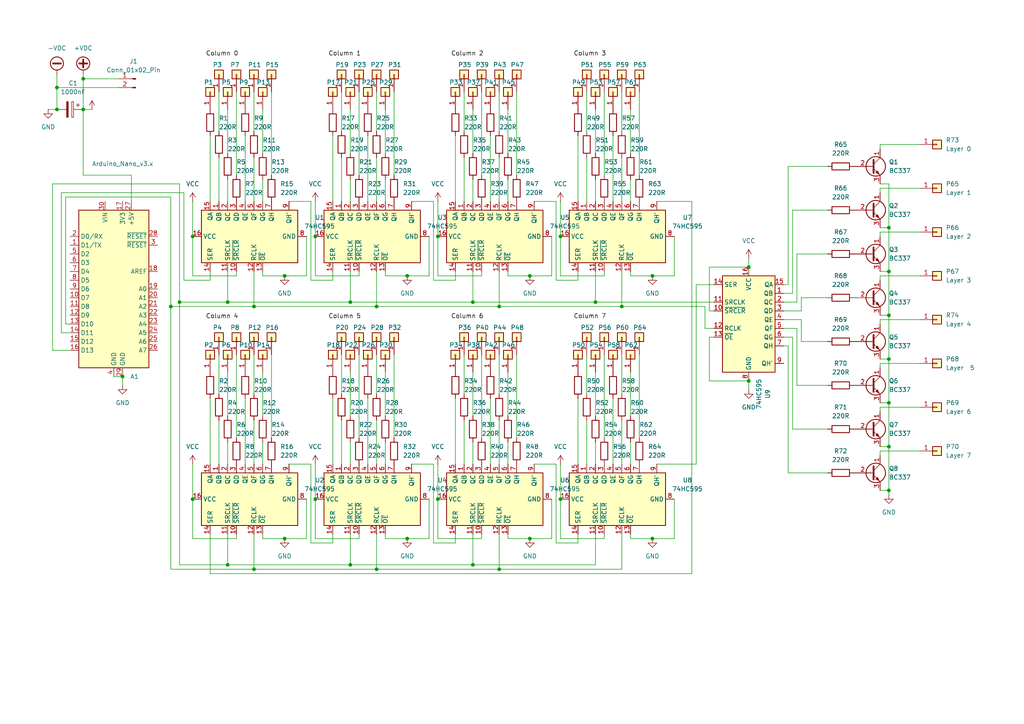
<source format=kicad_sch>
(kicad_sch (version 20231120) (generator "eeschema") (generator_version "8.0")
  (paper "A4")
  (junction (at 52.07 87.63))
  (junction (at 162.56 144.78))
  (junction (at 73.66 165.1))
  (junction (at 257.81 78.74))
  (junction (at 172.72 87.63))
  (junction (at 153.67 156.21))
  (junction (at 189.23 80.01))
  (junction (at 127 144.78))
  (junction (at 257.81 142.24))
  (junction (at 35.56 109.22))
  (junction (at 118.11 80.01))
  (junction (at 66.04 163.83))
  (junction (at 162.56 68.58))
  (junction (at 144.78 165.1))
  (junction (at 24.13 22.86))
  (junction (at 24.13 31.75))
  (junction (at 91.44 68.58))
  (junction (at 66.04 87.63))
  (junction (at 257.81 66.04))
  (junction (at 118.11 156.21))
  (junction (at 257.81 116.84))
  (junction (at 153.67 80.01))
  (junction (at 137.16 163.83))
  (junction (at 217.17 77.47))
  (junction (at 16.51 31.75))
  (junction (at 55.88 68.58))
  (junction (at 101.6 163.83))
  (junction (at 257.81 104.14))
  (junction (at 109.22 165.1))
  (junction (at 180.34 88.9))
  (junction (at 91.44 144.78))
  (junction (at 257.81 91.44))
  (junction (at 82.55 156.21))
  (junction (at 189.23 156.21))
  (junction (at 257.81 129.54))
  (junction (at 217.17 110.49))
  (junction (at 137.16 87.63))
  (junction (at 101.6 87.63))
  (junction (at 82.55 80.01))
  (junction (at 73.66 88.9))
  (junction (at 127 68.58))
  (junction (at 109.22 88.9))
  (junction (at 144.78 88.9))
  (junction (at 49.53 88.9))
  (junction (at 55.88 144.78))
  (junction (at 16.51 25.4))
  (wire (pts (xy 49.53 57.15) (xy 49.53 88.9)))
  (wire (pts (xy 167.64 39.37) (xy 167.64 58.42)))
  (wire (pts (xy 109.22 78.74) (xy 109.22 88.9)))
  (wire (pts (xy 127 144.78) (xy 127 156.21)))
  (wire (pts (xy 229.87 60.96) (xy 240.03 60.96)))
  (wire (pts (xy 257.81 78.74) (xy 257.81 91.44)))
  (wire (pts (xy 255.27 53.34) (xy 257.81 53.34)))
  (wire (pts (xy 127 156.21) (xy 139.7 156.21)))
  (wire (pts (xy 71.12 115.57) (xy 71.12 134.62)))
  (wire (pts (xy 53.34 81.28) (xy 60.96 81.28)))
  (wire (pts (xy 96.52 115.57) (xy 96.52 134.62)))
  (wire (pts (xy 19.05 57.15) (xy 49.53 57.15)))
  (wire (pts (xy 111.76 128.27) (xy 111.76 134.62)))
  (wire (pts (xy 161.29 134.62) (xy 161.29 157.48)))
  (wire (pts (xy 266.7 67.31) (xy 255.27 67.31)))
  (wire (pts (xy 88.9 144.78) (xy 88.9 156.21)))
  (wire (pts (xy 111.76 154.94) (xy 111.76 156.21)))
  (wire (pts (xy 172.72 52.07) (xy 172.72 58.42)))
  (wire (pts (xy 125.73 134.62) (xy 125.73 157.48)))
  (wire (pts (xy 137.16 87.63) (xy 172.72 87.63)))
  (wire (pts (xy 101.6 128.27) (xy 101.6 134.62)))
  (wire (pts (xy 91.44 58.42) (xy 91.44 68.58)))
  (wire (pts (xy 144.78 165.1) (xy 180.34 165.1)))
  (wire (pts (xy 137.16 107.95) (xy 137.16 120.65)))
  (wire (pts (xy 255.27 91.44) (xy 257.81 91.44)))
  (wire (pts (xy 175.26 156.21) (xy 175.26 154.94)))
  (wire (pts (xy 139.7 156.21) (xy 139.7 154.94)))
  (wire (pts (xy 227.33 87.63) (xy 231.14 87.63)))
  (wire (pts (xy 76.2 78.74) (xy 76.2 80.01)))
  (wire (pts (xy 24.13 22.86) (xy 24.13 31.75)))
  (wire (pts (xy 82.55 156.21) (xy 88.9 156.21)))
  (wire (pts (xy 73.66 26.67) (xy 73.66 38.1)))
  (wire (pts (xy 111.76 31.75) (xy 111.76 44.45)))
  (wire (pts (xy 55.88 144.78) (xy 55.88 156.21)))
  (wire (pts (xy 15.24 101.6) (xy 15.24 53.34)))
  (wire (pts (xy 257.81 53.34) (xy 257.81 66.04)))
  (wire (pts (xy 228.6 137.16) (xy 240.03 137.16)))
  (wire (pts (xy 104.14 80.01) (xy 104.14 78.74)))
  (wire (pts (xy 147.32 156.21) (xy 153.67 156.21)))
  (wire (pts (xy 228.6 48.26) (xy 240.03 48.26)))
  (wire (pts (xy 104.14 26.67) (xy 104.14 50.8)))
  (wire (pts (xy 132.08 154.94) (xy 132.08 157.48)))
  (wire (pts (xy 266.7 105.41) (xy 255.27 105.41)))
  (wire (pts (xy 73.66 45.72) (xy 73.66 58.42)))
  (wire (pts (xy 24.13 31.75) (xy 24.13 50.8)))
  (wire (pts (xy 118.11 156.21) (xy 124.46 156.21)))
  (wire (pts (xy 266.7 92.71) (xy 255.27 92.71)))
  (wire (pts (xy 99.06 45.72) (xy 99.06 58.42)))
  (wire (pts (xy 91.44 80.01) (xy 104.14 80.01)))
  (wire (pts (xy 257.81 66.04) (xy 257.81 78.74)))
  (wire (pts (xy 185.42 102.87) (xy 185.42 127)))
  (wire (pts (xy 16.51 25.4) (xy 16.51 31.75)))
  (wire (pts (xy 182.88 154.94) (xy 182.88 156.21)))
  (wire (pts (xy 167.64 154.94) (xy 167.64 157.48)))
  (wire (pts (xy 96.52 39.37) (xy 96.52 58.42)))
  (wire (pts (xy 205.74 77.47) (xy 205.74 90.17)))
  (wire (pts (xy 232.41 92.71) (xy 232.41 99.06)))
  (wire (pts (xy 119.38 134.62) (xy 125.73 134.62)))
  (wire (pts (xy 134.62 26.67) (xy 134.62 38.1)))
  (wire (pts (xy 161.29 157.48) (xy 167.64 157.48)))
  (wire (pts (xy 90.17 157.48) (xy 96.52 157.48)))
  (wire (pts (xy 33.02 109.22) (xy 35.56 109.22)))
  (wire (pts (xy 101.6 163.83) (xy 137.16 163.83)))
  (wire (pts (xy 106.68 115.57) (xy 106.68 134.62)))
  (wire (pts (xy 255.27 66.04) (xy 257.81 66.04)))
  (wire (pts (xy 204.47 88.9) (xy 204.47 95.25)))
  (wire (pts (xy 109.22 45.72) (xy 109.22 58.42)))
  (wire (pts (xy 201.93 134.62) (xy 201.93 82.55)))
  (wire (pts (xy 76.2 107.95) (xy 76.2 120.65)))
  (wire (pts (xy 73.66 154.94) (xy 73.66 165.1)))
  (wire (pts (xy 101.6 87.63) (xy 137.16 87.63)))
  (wire (pts (xy 257.81 104.14) (xy 257.81 116.84)))
  (wire (pts (xy 137.16 52.07) (xy 137.16 58.42)))
  (wire (pts (xy 114.3 102.87) (xy 114.3 127)))
  (wire (pts (xy 232.41 90.17) (xy 232.41 86.36)))
  (wire (pts (xy 154.94 134.62) (xy 161.29 134.62)))
  (wire (pts (xy 153.67 156.21) (xy 160.02 156.21)))
  (wire (pts (xy 162.56 68.58) (xy 162.56 80.01)))
  (wire (pts (xy 66.04 78.74) (xy 66.04 87.63)))
  (wire (pts (xy 73.66 88.9) (xy 109.22 88.9)))
  (wire (pts (xy 182.88 128.27) (xy 182.88 134.62)))
  (wire (pts (xy 66.04 154.94) (xy 66.04 163.83)))
  (wire (pts (xy 91.44 68.58) (xy 91.44 80.01)))
  (wire (pts (xy 170.18 102.87) (xy 170.18 114.3)))
  (wire (pts (xy 63.5 121.92) (xy 63.5 134.62)))
  (wire (pts (xy 101.6 52.07) (xy 101.6 58.42)))
  (wire (pts (xy 118.11 80.01) (xy 124.46 80.01)))
  (wire (pts (xy 60.96 115.57) (xy 60.96 134.62)))
  (wire (pts (xy 144.78 45.72) (xy 144.78 58.42)))
  (wire (pts (xy 134.62 121.92) (xy 134.62 134.62)))
  (wire (pts (xy 142.24 39.37) (xy 142.24 58.42)))
  (wire (pts (xy 175.26 102.87) (xy 175.26 127)))
  (wire (pts (xy 78.74 26.67) (xy 78.74 50.8)))
  (wire (pts (xy 139.7 26.67) (xy 139.7 50.8)))
  (wire (pts (xy 111.76 156.21) (xy 118.11 156.21)))
  (wire (pts (xy 170.18 26.67) (xy 170.18 38.1)))
  (wire (pts (xy 99.06 26.67) (xy 99.06 38.1)))
  (wire (pts (xy 217.17 110.49) (xy 205.74 110.49)))
  (wire (pts (xy 137.16 154.94) (xy 137.16 163.83)))
  (wire (pts (xy 66.04 31.75) (xy 66.04 44.45)))
  (wire (pts (xy 101.6 31.75) (xy 101.6 44.45)))
  (wire (pts (xy 49.53 88.9) (xy 49.53 165.1)))
  (wire (pts (xy 180.34 26.67) (xy 180.34 38.1)))
  (wire (pts (xy 137.16 31.75) (xy 137.16 44.45)))
  (wire (pts (xy 68.58 102.87) (xy 68.58 127)))
  (wire (pts (xy 255.27 78.74) (xy 257.81 78.74)))
  (wire (pts (xy 125.73 157.48) (xy 132.08 157.48)))
  (wire (pts (xy 63.5 26.67) (xy 63.5 38.1)))
  (wire (pts (xy 24.13 31.75) (xy 26.67 31.75)))
  (wire (pts (xy 142.24 115.57) (xy 142.24 134.62)))
  (wire (pts (xy 17.78 55.88) (xy 53.34 55.88)))
  (wire (pts (xy 228.6 100.33) (xy 228.6 137.16)))
  (wire (pts (xy 137.16 163.83) (xy 172.72 163.83)))
  (wire (pts (xy 101.6 78.74) (xy 101.6 87.63)))
  (wire (pts (xy 162.56 80.01) (xy 175.26 80.01)))
  (wire (pts (xy 109.22 26.67) (xy 109.22 38.1)))
  (wire (pts (xy 231.14 95.25) (xy 231.14 111.76)))
  (wire (pts (xy 132.08 78.74) (xy 132.08 81.28)))
  (wire (pts (xy 134.62 102.87) (xy 134.62 114.3)))
  (wire (pts (xy 172.72 78.74) (xy 172.72 87.63)))
  (wire (pts (xy 60.96 154.94) (xy 60.96 166.37)))
  (wire (pts (xy 76.2 128.27) (xy 76.2 134.62)))
  (wire (pts (xy 161.29 81.28) (xy 167.64 81.28)))
  (wire (pts (xy 167.64 78.74) (xy 167.64 81.28)))
  (wire (pts (xy 172.72 107.95) (xy 172.72 120.65)))
  (wire (pts (xy 109.22 88.9) (xy 144.78 88.9)))
  (wire (pts (xy 76.2 154.94) (xy 76.2 156.21)))
  (wire (pts (xy 190.5 134.62) (xy 201.93 134.62)))
  (wire (pts (xy 52.07 163.83) (xy 66.04 163.83)))
  (wire (pts (xy 144.78 26.67) (xy 144.78 38.1)))
  (wire (pts (xy 255.27 130.81) (xy 255.27 132.08)))
  (wire (pts (xy 195.58 144.78) (xy 195.58 156.21)))
  (wire (pts (xy 17.78 96.52) (xy 17.78 55.88)))
  (wire (pts (xy 71.12 39.37) (xy 71.12 58.42)))
  (wire (pts (xy 177.8 115.57) (xy 177.8 134.62)))
  (wire (pts (xy 125.73 81.28) (xy 132.08 81.28)))
  (wire (pts (xy 182.88 107.95) (xy 182.88 120.65)))
  (wire (pts (xy 137.16 128.27) (xy 137.16 134.62)))
  (wire (pts (xy 91.44 156.21) (xy 104.14 156.21)))
  (wire (pts (xy 147.32 78.74) (xy 147.32 80.01)))
  (wire (pts (xy 177.8 39.37) (xy 177.8 58.42)))
  (wire (pts (xy 147.32 80.01) (xy 153.67 80.01)))
  (wire (pts (xy 119.38 58.42) (xy 125.73 58.42)))
  (wire (pts (xy 76.2 31.75) (xy 76.2 44.45)))
  (wire (pts (xy 162.56 58.42) (xy 162.56 68.58)))
  (wire (pts (xy 60.96 39.37) (xy 60.96 58.42)))
  (wire (pts (xy 24.13 50.8) (xy 38.1 50.8)))
  (wire (pts (xy 205.74 97.79) (xy 205.74 110.49)))
  (wire (pts (xy 24.13 21.59) (xy 24.13 22.86)))
  (wire (pts (xy 52.07 87.63) (xy 66.04 87.63)))
  (wire (pts (xy 13.97 31.75) (xy 16.51 31.75)))
  (wire (pts (xy 16.51 21.59) (xy 16.51 25.4)))
  (wire (pts (xy 255.27 104.14) (xy 257.81 104.14)))
  (wire (pts (xy 111.76 80.01) (xy 118.11 80.01)))
  (wire (pts (xy 201.93 82.55) (xy 207.01 82.55)))
  (wire (pts (xy 109.22 102.87) (xy 109.22 114.3)))
  (wire (pts (xy 83.82 58.42) (xy 90.17 58.42)))
  (wire (pts (xy 52.07 87.63) (xy 52.07 163.83)))
  (wire (pts (xy 147.32 154.94) (xy 147.32 156.21)))
  (wire (pts (xy 227.33 85.09) (xy 229.87 85.09)))
  (wire (pts (xy 182.88 78.74) (xy 182.88 80.01)))
  (wire (pts (xy 180.34 78.74) (xy 180.34 88.9)))
  (wire (pts (xy 66.04 107.95) (xy 66.04 120.65)))
  (wire (pts (xy 182.88 156.21) (xy 189.23 156.21)))
  (wire (pts (xy 99.06 102.87) (xy 99.06 114.3)))
  (wire (pts (xy 73.66 165.1) (xy 109.22 165.1)))
  (wire (pts (xy 63.5 45.72) (xy 63.5 58.42)))
  (wire (pts (xy 66.04 128.27) (xy 66.04 134.62)))
  (wire (pts (xy 255.27 41.91) (xy 255.27 43.18)))
  (wire (pts (xy 147.32 128.27) (xy 147.32 134.62)))
  (wire (pts (xy 147.32 107.95) (xy 147.32 120.65)))
  (wire (pts (xy 73.66 102.87) (xy 73.66 114.3)))
  (wire (pts (xy 73.66 121.92) (xy 73.66 134.62)))
  (wire (pts (xy 144.78 102.87) (xy 144.78 114.3)))
  (wire (pts (xy 180.34 88.9) (xy 204.47 88.9)))
  (wire (pts (xy 266.7 130.81) (xy 255.27 130.81)))
  (wire (pts (xy 68.58 26.67) (xy 68.58 50.8)))
  (wire (pts (xy 111.76 107.95) (xy 111.76 120.65)))
  (wire (pts (xy 109.22 165.1) (xy 144.78 165.1)))
  (wire (pts (xy 49.53 165.1) (xy 73.66 165.1)))
  (wire (pts (xy 162.56 134.62) (xy 162.56 144.78)))
  (wire (pts (xy 266.7 54.61) (xy 255.27 54.61)))
  (wire (pts (xy 205.74 77.47) (xy 217.17 77.47)))
  (wire (pts (xy 109.22 154.94) (xy 109.22 165.1)))
  (wire (pts (xy 257.81 91.44) (xy 257.81 104.14)))
  (wire (pts (xy 144.78 88.9) (xy 180.34 88.9)))
  (wire (pts (xy 189.23 80.01) (xy 195.58 80.01)))
  (wire (pts (xy 153.67 80.01) (xy 160.02 80.01)))
  (wire (pts (xy 101.6 154.94) (xy 101.6 163.83)))
  (wire (pts (xy 144.78 78.74) (xy 144.78 88.9)))
  (wire (pts (xy 180.34 102.87) (xy 180.34 114.3)))
  (wire (pts (xy 172.72 31.75) (xy 172.72 44.45)))
  (wire (pts (xy 91.44 134.62) (xy 91.44 144.78)))
  (wire (pts (xy 227.33 90.17) (xy 232.41 90.17)))
  (wire (pts (xy 101.6 107.95) (xy 101.6 120.65)))
  (wire (pts (xy 38.1 50.8) (xy 38.1 58.42)))
  (wire (pts (xy 147.32 52.07) (xy 147.32 58.42)))
  (wire (pts (xy 255.27 80.01) (xy 255.27 81.28)))
  (wire (pts (xy 229.87 97.79) (xy 229.87 124.46)))
  (wire (pts (xy 24.13 22.86) (xy 34.29 22.86)))
  (wire (pts (xy 229.87 124.46) (xy 240.03 124.46)))
  (wire (pts (xy 68.58 156.21) (xy 68.58 154.94)))
  (wire (pts (xy 78.74 102.87) (xy 78.74 127)))
  (wire (pts (xy 266.7 80.01) (xy 255.27 80.01)))
  (wire (pts (xy 227.33 95.25) (xy 231.14 95.25)))
  (wire (pts (xy 149.86 102.87) (xy 149.86 127)))
  (wire (pts (xy 127 58.42) (xy 127 68.58)))
  (wire (pts (xy 137.16 78.74) (xy 137.16 87.63)))
  (wire (pts (xy 104.14 156.21) (xy 104.14 154.94)))
  (wire (pts (xy 255.27 116.84) (xy 257.81 116.84)))
  (wire (pts (xy 147.32 31.75) (xy 147.32 44.45)))
  (wire (pts (xy 195.58 68.58) (xy 195.58 80.01)))
  (wire (pts (xy 182.88 80.01) (xy 189.23 80.01)))
  (wire (pts (xy 257.81 143.51) (xy 257.81 142.24)))
  (wire (pts (xy 229.87 85.09) (xy 229.87 60.96)))
  (wire (pts (xy 200.66 166.37) (xy 60.96 166.37)))
  (wire (pts (xy 127 80.01) (xy 139.7 80.01)))
  (wire (pts (xy 55.88 156.21) (xy 68.58 156.21)))
  (wire (pts (xy 52.07 53.34) (xy 52.07 87.63)))
  (wire (pts (xy 190.5 58.42) (xy 200.66 58.42)))
  (wire (pts (xy 111.76 52.07) (xy 111.76 58.42)))
  (wire (pts (xy 217.17 113.03) (xy 217.17 110.49)))
  (wire (pts (xy 19.05 93.98) (xy 19.05 57.15)))
  (wire (pts (xy 255.27 67.31) (xy 255.27 68.58)))
  (wire (pts (xy 182.88 52.07) (xy 182.88 58.42)))
  (wire (pts (xy 104.14 102.87) (xy 104.14 127)))
  (wire (pts (xy 175.26 80.01) (xy 175.26 78.74)))
  (wire (pts (xy 189.23 156.21) (xy 195.58 156.21)))
  (wire (pts (xy 127 134.62) (xy 127 144.78)))
  (wire (pts (xy 55.88 68.58) (xy 55.88 80.01)))
  (wire (pts (xy 175.26 26.67) (xy 175.26 50.8)))
  (wire (pts (xy 255.27 129.54) (xy 257.81 129.54)))
  (wire (pts (xy 96.52 78.74) (xy 96.52 81.28)))
  (wire (pts (xy 231.14 87.63) (xy 231.14 73.66)))
  (wire (pts (xy 96.52 154.94) (xy 96.52 157.48)))
  (wire (pts (xy 99.06 121.92) (xy 99.06 134.62)))
  (wire (pts (xy 76.2 156.21) (xy 82.55 156.21)))
  (wire (pts (xy 53.34 55.88) (xy 53.34 81.28)))
  (wire (pts (xy 162.56 156.21) (xy 175.26 156.21)))
  (wire (pts (xy 132.08 115.57) (xy 132.08 134.62)))
  (wire (pts (xy 124.46 144.78) (xy 124.46 156.21)))
  (wire (pts (xy 227.33 100.33) (xy 228.6 100.33)))
  (wire (pts (xy 161.29 58.42) (xy 161.29 81.28)))
  (wire (pts (xy 144.78 154.94) (xy 144.78 165.1)))
  (wire (pts (xy 227.33 97.79) (xy 229.87 97.79)))
  (wire (pts (xy 266.7 118.11) (xy 255.27 118.11)))
  (wire (pts (xy 170.18 121.92) (xy 170.18 134.62)))
  (wire (pts (xy 205.74 90.17) (xy 207.01 90.17)))
  (wire (pts (xy 200.66 58.42) (xy 200.66 166.37)))
  (wire (pts (xy 232.41 99.06) (xy 240.03 99.06)))
  (wire (pts (xy 88.9 68.58) (xy 88.9 80.01)))
  (wire (pts (xy 134.62 45.72) (xy 134.62 58.42)))
  (wire (pts (xy 172.72 128.27) (xy 172.72 134.62)))
  (wire (pts (xy 154.94 58.42) (xy 161.29 58.42)))
  (wire (pts (xy 255.27 142.24) (xy 257.81 142.24)))
  (wire (pts (xy 255.27 118.11) (xy 255.27 119.38)))
  (wire (pts (xy 139.7 80.01) (xy 139.7 78.74)))
  (wire (pts (xy 217.17 74.93) (xy 217.17 77.47)))
  (wire (pts (xy 162.56 144.78) (xy 162.56 156.21)))
  (wire (pts (xy 160.02 68.58) (xy 160.02 80.01)))
  (wire (pts (xy 68.58 80.01) (xy 68.58 78.74)))
  (wire (pts (xy 228.6 82.55) (xy 228.6 48.26)))
  (wire (pts (xy 231.14 73.66) (xy 240.03 73.66)))
  (wire (pts (xy 55.88 80.01) (xy 68.58 80.01)))
  (wire (pts (xy 60.96 78.74) (xy 60.96 81.28)))
  (wire (pts (xy 20.32 93.98) (xy 19.05 93.98)))
  (wire (pts (xy 83.82 134.62) (xy 90.17 134.62)))
  (wire (pts (xy 73.66 78.74) (xy 73.66 88.9)))
  (wire (pts (xy 227.33 82.55) (xy 228.6 82.55)))
  (wire (pts (xy 180.34 45.72) (xy 180.34 58.42)))
  (wire (pts (xy 180.34 154.94) (xy 180.34 165.1)))
  (wire (pts (xy 91.44 144.78) (xy 91.44 156.21)))
  (wire (pts (xy 149.86 26.67) (xy 149.86 50.8)))
  (wire (pts (xy 90.17 58.42) (xy 90.17 81.28)))
  (wire (pts (xy 124.46 68.58) (xy 124.46 80.01)))
  (wire (pts (xy 16.51 25.4) (xy 34.29 25.4)))
  (wire (pts (xy 255.27 54.61) (xy 255.27 55.88)))
  (wire (pts (xy 204.47 95.25) (xy 207.01 95.25)))
  (wire (pts (xy 35.56 111.76) (xy 35.56 109.22)))
  (wire (pts (xy 20.32 101.6) (xy 15.24 101.6)))
  (wire (pts (xy 114.3 26.67) (xy 114.3 50.8)))
  (wire (pts (xy 170.18 45.72) (xy 170.18 58.42)))
  (wire (pts (xy 82.55 80.01) (xy 88.9 80.01)))
  (wire (pts (xy 139.7 102.87) (xy 139.7 127)))
  (wire (pts (xy 66.04 52.07) (xy 66.04 58.42)))
  (wire (pts (xy 257.81 129.54) (xy 257.81 142.24)))
  (wire (pts (xy 182.88 31.75) (xy 182.88 44.45)))
  (wire (pts (xy 144.78 121.92) (xy 144.78 134.62)))
  (wire (pts (xy 109.22 121.92) (xy 109.22 134.62)))
  (wire (pts (xy 49.53 88.9) (xy 73.66 88.9)))
  (wire (pts (xy 232.41 86.36) (xy 240.03 86.36)))
  (wire (pts (xy 66.04 163.83) (xy 101.6 163.83)))
  (wire (pts (xy 180.34 121.92) (xy 180.34 134.62)))
  (wire (pts (xy 132.08 39.37) (xy 132.08 58.42)))
  (wire (pts (xy 207.01 97.79) (xy 205.74 97.79)))
  (wire (pts (xy 125.73 58.42) (xy 125.73 81.28)))
  (wire (pts (xy 106.68 39.37) (xy 106.68 58.42)))
  (wire (pts (xy 227.33 92.71) (xy 232.41 92.71)))
  (wire (pts (xy 255.27 105.41) (xy 255.27 106.68)))
  (wire (pts (xy 15.24 53.34) (xy 52.07 53.34)))
  (wire (pts (xy 127 68.58) (xy 127 80.01)))
  (wire (pts (xy 55.88 134.62) (xy 55.88 144.78)))
  (wire (pts (xy 90.17 134.62) (xy 90.17 157.48)))
  (wire (pts (xy 172.72 87.63) (xy 207.01 87.63)))
  (wire (pts (xy 55.88 58.42) (xy 55.88 68.58)))
  (wire (pts (xy 167.64 115.57) (xy 167.64 134.62)))
  (wire (pts (xy 20.32 96.52) (xy 17.78 96.52)))
  (wire (pts (xy 160.02 144.78) (xy 160.02 156.21)))
  (wire (pts (xy 255.27 92.71) (xy 255.27 93.98)))
  (wire (pts (xy 76.2 80.01) (xy 82.55 80.01)))
  (wire (pts (xy 63.5 102.87) (xy 63.5 114.3)))
  (wire (pts (xy 257.81 116.84) (xy 257.81 129.54)))
  (wire (pts (xy 231.14 111.76) (xy 240.03 111.76)))
  (wire (pts (xy 66.04 87.63) (xy 101.6 87.63)))
  (wire (pts (xy 172.72 154.94) (xy 172.72 163.83)))
  (wire (pts (xy 76.2 52.07) (xy 76.2 58.42)))
  (wire (pts (xy 185.42 26.67) (xy 185.42 50.8)))
  (wire (pts (xy 111.76 78.74) (xy 111.76 80.01)))
  (wire (pts (xy 90.17 81.28) (xy 96.52 81.28)))
  (wire (pts (xy 266.7 41.91) (xy 255.27 41.91)))
  (label "Column 2" (at 130.81 16.51 0))
  (label "Column 3" (at 166.37 16.51 0))
  (label "Column 0" (at 59.69 16.51 0))
  (label "Column 1" (at 95.25 16.51 0))
  (label "Column 4" (at 59.69 92.71 0))
  (label "Column 5" (at 95.25 92.71 0))
  (label "Column 6" (at 130.81 92.71 0))
  (label "Column 7" (at 166.37 92.71 0))
  (symbol (lib_id "Transistor_BJT:BC337") (at 252.73 111.76 0) (unit 1)
    (property "Reference" "Q6" (at 257.81 110.4899 0) (effects (justify left)))
    (property "Value" "BC337" (at 257.81 113.0299 0) (effects (justify left)))
    (property "Footprint" "Package_TO_SOT_THT:TO-92_Inline" (effects (hide yes)))
    (property "Datasheet" "https://diotec.com/tl_files/diotec/files/pdf/datasheets/bc337.pdf" (effects (hide yes)))
    (property "Description" "0.8A Ic, 45V Vce, NPN Transistor, TO-92" (effects (hide yes)))
  )
  (symbol (lib_id "Device:R") (at 104.14 54.61 180) (unit 1)
    (property "Reference" "R23" (at 106.68 53.3399 0) (effects (justify right)))
    (property "Value" "220R" (at 106.68 55.8799 0) (effects (justify right)))
    (property "Footprint" "Resistor_THT:R_Axial_DIN0207_L6.3mm_D2.5mm_P10.16mm_Horizontal" (effects (hide yes)))
    (property "Description" "Resistor" (effects (hide yes)))
  )
  (symbol (lib_id "Connector_Generic:Conn_01x01") (at 139.7 97.79 90) (unit 1)
    (property "Reference" "P40" (at 137.922 94.996 90) (effects (justify right)))
    (property "Value" "Column_6_3" (effects (hide yes)))
    (property "Footprint" "LED_THT:LED_D5.0mm" (effects (hide yes)))
    (property "Description" "Generic connector, single row, 01x01, script generated (kicad-library-utils/schlib/autogen/connector/)" (effects (hide yes)))
  )
  (symbol (lib_name "R_1") (lib_id "Device:R") (at 96.52 111.76 180) (unit 1)
    (property "Reference" "R18" (at 99.06 110.4899 0) (effects (justify right)))
    (property "Value" "220R" (at 99.06 113.0299 0) (effects (justify right)))
    (property "Footprint" "Resistor_THT:R_Axial_DIN0207_L6.3mm_D2.5mm_P10.16mm_Horizontal" (effects (hide yes)))
    (property "Description" "Resistor" (effects (hide yes)))
  )
  (symbol (lib_id "Connector_Generic:Conn_01x01") (at 180.34 97.79 90) (unit 1)
    (property "Reference" "P60" (at 178.562 94.996 90) (effects (justify right)))
    (property "Value" "Column_7_5" (effects (hide yes)))
    (property "Footprint" "LED_THT:LED_D5.0mm" (effects (hide yes)))
    (property "Description" "Generic connector, single row, 01x01, script generated (kicad-library-utils/schlib/autogen/connector/)" (effects (hide yes)))
  )
  (symbol (lib_id "Connector_Generic:Conn_01x01") (at 271.78 92.71 0) (unit 1)
    (property "Reference" "R74" (at 274.32 91.4399 0) (effects (justify left)))
    (property "Value" "Layer 4" (at 274.32 93.9799 0) (effects (justify left)))
    (property "Footprint" "Connector_Wire:SolderWire-0.1sqmm_1x01_D0.4mm_OD1mm" (effects (hide yes)))
    (property "Description" "Generic connector, single row, 01x01, script generated (kicad-library-utils/schlib/autogen/connector/)" (effects (hide yes)))
  )
  (symbol (lib_id "Connector_Generic:Conn_01x01") (at 144.78 21.59 90) (unit 1)
    (property "Reference" "P43" (at 143.002 18.796 90) (effects (justify right)))
    (property "Value" "Column_2_5" (effects (hide yes)))
    (property "Footprint" "LED_THT:LED_D5.0mm" (effects (hide yes)))
    (property "Description" "Generic connector, single row, 01x01, script generated (kicad-library-utils/schlib/autogen/connector/)" (effects (hide yes)))
  )
  (symbol (lib_id "Transistor_BJT:BC337") (at 252.73 124.46 0) (unit 1)
    (property "Reference" "Q7" (at 257.81 123.1899 0) (effects (justify left)))
    (property "Value" "BC337" (at 257.81 125.7299 0) (effects (justify left)))
    (property "Footprint" "Package_TO_SOT_THT:TO-92_Inline" (effects (hide yes)))
    (property "Datasheet" "https://diotec.com/tl_files/diotec/files/pdf/datasheets/bc337.pdf" (effects (hide yes)))
    (property "Description" "0.8A Ic, 45V Vce, NPN Transistor, TO-92" (effects (hide yes)))
  )
  (symbol (lib_id "Device:R") (at 139.7 54.61 180) (unit 1)
    (property "Reference" "R39" (at 142.24 53.3399 0) (effects (justify right)))
    (property "Value" "220R" (at 142.24 55.8799 0) (effects (justify right)))
    (property "Footprint" "Resistor_THT:R_Axial_DIN0207_L6.3mm_D2.5mm_P10.16mm_Horizontal" (effects (hide yes)))
    (property "Description" "Resistor" (effects (hide yes)))
  )
  (symbol (lib_id "Transistor_BJT:BC337") (at 252.73 99.06 0) (unit 1)
    (property "Reference" "Q5" (at 257.81 97.7899 0) (effects (justify left)))
    (property "Value" "BC337" (at 257.81 100.3299 0) (effects (justify left)))
    (property "Footprint" "Package_TO_SOT_THT:TO-92_Inline" (effects (hide yes)))
    (property "Datasheet" "https://diotec.com/tl_files/diotec/files/pdf/datasheets/bc337.pdf" (effects (hide yes)))
    (property "Description" "0.8A Ic, 45V Vce, NPN Transistor, TO-92" (effects (hide yes)))
  )
  (symbol (lib_id "Connector_Generic:Conn_01x01") (at 139.7 21.59 90) (unit 1)
    (property "Reference" "P39" (at 137.922 18.796 90) (effects (justify right)))
    (property "Value" "Column_2_3" (effects (hide yes)))
    (property "Footprint" "LED_THT:LED_D5.0mm" (effects (hide yes)))
    (property "Description" "Generic connector, single row, 01x01, script generated (kicad-library-utils/schlib/autogen/connector/)" (effects (hide yes)))
  )
  (symbol (lib_id "Connector_Generic:Conn_01x01") (at 66.04 102.87 90) (unit 1)
    (property "Reference" "P6" (at 64.262 100.076 90) (effects (justify right)))
    (property "Value" "Column_4_2" (effects (hide yes)))
    (property "Footprint" "LED_THT:LED_D5.0mm" (effects (hide yes)))
    (property "Description" "Generic connector, single row, 01x01, script generated (kicad-library-utils/schlib/autogen/connector/)" (effects (hide yes)))
  )
  (symbol (lib_id "Device:R") (at 182.88 48.26 180) (unit 1)
    (property "Reference" "R61" (at 185.42 46.9899 0) (effects (justify right)))
    (property "Value" "220R" (at 185.42 49.5299 0) (effects (justify right)))
    (property "Footprint" "Resistor_THT:R_Axial_DIN0207_L6.3mm_D2.5mm_P10.16mm_Horizontal" (effects (hide yes)))
    (property "Description" "Resistor" (effects (hide yes)))
  )
  (symbol (lib_id "Connector_Generic:Conn_01x01") (at 182.88 26.67 90) (unit 1)
    (property "Reference" "P61" (at 181.102 23.876 90) (effects (justify right)))
    (property "Value" "Column_3_6" (effects (hide yes)))
    (property "Footprint" "LED_THT:LED_D5.0mm" (effects (hide yes)))
    (property "Description" "Generic connector, single row, 01x01, script generated (kicad-library-utils/schlib/autogen/connector/)" (effects (hide yes)))
  )
  (symbol (lib_id "Connector_Generic:Conn_01x01") (at 271.78 67.31 0) (unit 1)
    (property "Reference" "P66" (at 274.32 66.0399 0) (effects (justify left)))
    (property "Value" "Layer 2" (at 274.32 68.5799 0) (effects (justify left)))
    (property "Footprint" "Connector_Wire:SolderWire-0.1sqmm_1x01_D0.4mm_OD1mm" (effects (hide yes)))
    (property "Description" "Generic connector, single row, 01x01, script generated (kicad-library-utils/schlib/autogen/connector/)" (effects (hide yes)))
  )
  (symbol (lib_id "power:GND") (at 217.17 113.03 0) (unit 1)
    (property "Reference" "#PWR023" (effects (hide yes)))
    (property "Value" "GND" (at 217.17 118.11 0))
    (property "Description" "Power symbol creates a global label with name \"GND\" , ground" (effects (hide yes)))
  )
  (symbol (lib_id "Connector_Generic:Conn_01x01") (at 63.5 97.79 90) (unit 1)
    (property "Reference" "P4" (at 61.722 94.996 90) (effects (justify right)))
    (property "Value" "Column_4_1" (effects (hide yes)))
    (property "Footprint" "LED_THT:LED_D5.0mm" (effects (hide yes)))
    (property "Description" "Generic connector, single row, 01x01, script generated (kicad-library-utils/schlib/autogen/connector/)" (effects (hide yes)))
  )
  (symbol (lib_id "Connector_Generic:Conn_01x01") (at 73.66 21.59 90) (unit 1)
    (property "Reference" "P11" (at 71.882 18.796 90) (effects (justify right)))
    (property "Value" "Column_0_5" (effects (hide yes)))
    (property "Footprint" "LED_THT:LED_D5.0mm" (effects (hide yes)))
    (property "Description" "Generic connector, single row, 01x01, script generated (kicad-library-utils/schlib/autogen/connector/)" (effects (hide yes)))
  )
  (symbol (lib_id "Connector_Generic:Conn_01x01") (at 134.62 97.79 90) (unit 1)
    (property "Reference" "P36" (at 132.842 94.996 90) (effects (justify right)))
    (property "Value" "Column_6_1" (effects (hide yes)))
    (property "Footprint" "LED_THT:LED_D5.0mm" (effects (hide yes)))
    (property "Description" "Generic connector, single row, 01x01, script generated (kicad-library-utils/schlib/autogen/connector/)" (effects (hide yes)))
  )
  (symbol (lib_id "power:GND") (at 153.67 80.01 0) (unit 1)
    (property "Reference" "#PWR016" (effects (hide yes)))
    (property "Value" "GND" (at 153.67 85.09 0))
    (property "Description" "Power symbol creates a global label with name \"GND\" , ground" (effects (hide yes)))
  )
  (symbol (lib_id "Device:R") (at 99.06 118.11 180) (unit 1)
    (property "Reference" "R20" (at 101.6 116.8399 0) (effects (justify right)))
    (property "Value" "220R" (at 101.6 119.3799 0) (effects (justify right)))
    (property "Footprint" "Resistor_THT:R_Axial_DIN0207_L6.3mm_D2.5mm_P10.16mm_Horizontal" (effects (hide yes)))
    (property "Description" "Resistor" (effects (hide yes)))
  )
  (symbol (lib_id "Device:R") (at 78.74 54.61 180) (unit 1)
    (property "Reference" "R15" (at 81.28 53.3399 0) (effects (justify right)))
    (property "Value" "220R" (at 81.28 55.8799 0) (effects (justify right)))
    (property "Footprint" "Resistor_THT:R_Axial_DIN0207_L6.3mm_D2.5mm_P10.16mm_Horizontal" (effects (hide yes)))
    (property "Description" "Resistor" (effects (hide yes)))
  )
  (symbol (lib_id "Device:R") (at 243.84 73.66 90) (unit 1)
    (property "Reference" "R67" (at 243.84 67.31 90))
    (property "Value" "220R" (at 243.84 69.85 90))
    (property "Footprint" "Resistor_THT:R_Axial_DIN0207_L6.3mm_D2.5mm_P10.16mm_Horizontal" (effects (hide yes)))
    (property "Description" "Resistor" (effects (hide yes)))
  )
  (symbol (lib_id "Connector_Generic:Conn_01x01") (at 101.6 26.67 90) (unit 1)
    (property "Reference" "P21" (at 99.822 23.876 90) (effects (justify right)))
    (property "Value" "Column_1_2" (effects (hide yes)))
    (property "Footprint" "LED_THT:LED_D5.0mm" (effects (hide yes)))
    (property "Description" "Generic connector, single row, 01x01, script generated (kicad-library-utils/schlib/autogen/connector/)" (effects (hide yes)))
  )
  (symbol (lib_id "74xx:74HC595") (at 142.24 144.78 90) (unit 1)
    (property "Reference" "U6" (at 163.83 139.2838 90))
    (property "Value" "74HC595" (at 163.83 141.8238 90))
    (property "Footprint" "Package_DIP:DIP-16_W7.62mm" (effects (hide yes)))
    (property "Datasheet" "http://www.ti.com/lit/ds/symlink/sn74hc595.pdf" (effects (hide yes)))
    (property "Description" "8-bit serial in/out Shift Register 3-State Outputs" (effects (hide yes)))
  )
  (symbol (lib_id "Device:R") (at 185.42 54.61 180) (unit 1)
    (property "Reference" "R63" (at 187.96 53.3399 0) (effects (justify right)))
    (property "Value" "220R" (at 187.96 55.8799 0) (effects (justify right)))
    (property "Footprint" "Resistor_THT:R_Axial_DIN0207_L6.3mm_D2.5mm_P10.16mm_Horizontal" (effects (hide yes)))
    (property "Description" "Resistor" (effects (hide yes)))
  )
  (symbol (lib_id "Connector_Generic:Conn_01x01") (at 167.64 102.87 90) (unit 1)
    (property "Reference" "P50" (at 165.862 100.076 90) (effects (justify right)))
    (property "Value" "Column_7_0" (effects (hide yes)))
    (property "Footprint" "LED_THT:LED_D5.0mm" (effects (hide yes)))
    (property "Description" "Generic connector, single row, 01x01, script generated (kicad-library-utils/schlib/autogen/connector/)" (effects (hide yes)))
  )
  (symbol (lib_name "R_1") (lib_id "Device:R") (at 60.96 111.76 180) (unit 1)
    (property "Reference" "R2" (at 63.5 110.4899 0) (effects (justify right)))
    (property "Value" "220R" (at 63.5 113.0299 0) (effects (justify right)))
    (property "Footprint" "Resistor_THT:R_Axial_DIN0207_L6.3mm_D2.5mm_P10.16mm_Horizontal" (effects (hide yes)))
    (property "Description" "Resistor" (effects (hide yes)))
  )
  (symbol (lib_id "Device:R") (at 142.24 35.56 180) (unit 1)
    (property "Reference" "R41" (at 144.78 34.2899 0) (effects (justify right)))
    (property "Value" "220R" (at 144.78 36.8299 0) (effects (justify right)))
    (property "Footprint" "Resistor_THT:R_Axial_DIN0207_L6.3mm_D2.5mm_P10.16mm_Horizontal" (effects (hide yes)))
    (property "Description" "Resistor" (effects (hide yes)))
  )
  (symbol (lib_id "Connector_Generic:Conn_01x01") (at 271.78 130.81 0) (unit 1)
    (property "Reference" "P70" (at 274.32 129.5399 0) (effects (justify left)))
    (property "Value" "Layer 7" (at 274.32 132.0799 0) (effects (justify left)))
    (property "Footprint" "Connector_Wire:SolderWire-0.1sqmm_1x01_D0.4mm_OD1mm" (effects (hide yes)))
    (property "Description" "Generic connector, single row, 01x01, script generated (kicad-library-utils/schlib/autogen/connector/)" (effects (hide yes)))
  )
  (symbol (lib_name "R_1") (lib_id "Device:R") (at 60.96 35.56 180) (unit 1)
    (property "Reference" "R1" (at 63.5 34.2899 0) (effects (justify right)))
    (property "Value" "220R" (at 63.5 36.8299 0) (effects (justify right)))
    (property "Footprint" "Resistor_THT:R_Axial_DIN0207_L6.3mm_D2.5mm_P10.16mm_Horizontal" (effects (hide yes)))
    (property "Description" "Resistor" (effects (hide yes)))
  )
  (symbol (lib_id "Device:R") (at 134.62 41.91 180) (unit 1)
    (property "Reference" "R35" (at 137.16 40.6399 0) (effects (justify right)))
    (property "Value" "220R" (at 137.16 43.1799 0) (effects (justify right)))
    (property "Footprint" "Resistor_THT:R_Axial_DIN0207_L6.3mm_D2.5mm_P10.16mm_Horizontal" (effects (hide yes)))
    (property "Description" "Resistor" (effects (hide yes)))
  )
  (symbol (lib_id "Connector_Generic:Conn_01x01") (at 185.42 21.59 90) (unit 1)
    (property "Reference" "P63" (at 183.642 18.796 90) (effects (justify right)))
    (property "Value" "Column_3_7" (effects (hide yes)))
    (property "Footprint" "LED_THT:LED_D5.0mm" (effects (hide yes)))
    (property "Description" "Generic connector, single row, 01x01, script generated (kicad-library-utils/schlib/autogen/connector/)" (effects (hide yes)))
  )
  (symbol (lib_id "Connector_Generic:Conn_01x01") (at 177.8 26.67 90) (unit 1)
    (property "Reference" "P57" (at 176.022 23.876 90) (effects (justify right)))
    (property "Value" "Column_3_4" (effects (hide yes)))
    (property "Footprint" "LED_THT:LED_D5.0mm" (effects (hide yes)))
    (property "Description" "Generic connector, single row, 01x01, script generated (kicad-library-utils/schlib/autogen/connector/)" (effects (hide yes)))
  )
  (symbol (lib_id "Device:R") (at 66.04 48.26 180) (unit 1)
    (property "Reference" "R5" (at 68.58 46.9899 0) (effects (justify right)))
    (property "Value" "220R" (at 68.58 49.5299 0) (effects (justify right)))
    (property "Footprint" "Resistor_THT:R_Axial_DIN0207_L6.3mm_D2.5mm_P10.16mm_Horizontal" (effects (hide yes)))
    (property "Description" "Resistor" (effects (hide yes)))
  )
  (symbol (lib_id "power:GND") (at 153.67 156.21 0) (unit 1)
    (property "Reference" "#PWR017" (effects (hide yes)))
    (property "Value" "GND" (at 153.67 161.29 0))
    (property "Description" "Power symbol creates a global label with name \"GND\" , ground" (effects (hide yes)))
  )
  (symbol (lib_id "Connector_Generic:Conn_01x01") (at 78.74 21.59 90) (unit 1)
    (property "Reference" "P15" (at 76.962 18.796 90) (effects (justify right)))
    (property "Value" "Column_0_7" (effects (hide yes)))
    (property "Footprint" "LED_THT:LED_D5.0mm" (effects (hide yes)))
    (property "Description" "Generic connector, single row, 01x01, script generated (kicad-library-utils/schlib/autogen/connector/)" (effects (hide yes)))
  )
  (symbol (lib_id "Connector_Generic:Conn_01x01") (at 144.78 97.79 90) (unit 1)
    (property "Reference" "P44" (at 143.002 94.996 90) (effects (justify right)))
    (property "Value" "Column_6_5" (effects (hide yes)))
    (property "Footprint" "LED_THT:LED_D5.0mm" (effects (hide yes)))
    (property "Description" "Generic connector, single row, 01x01, script generated (kicad-library-utils/schlib/autogen/connector/)" (effects (hide yes)))
  )
  (symbol (lib_id "Device:R") (at 101.6 48.26 180) (unit 1)
    (property "Reference" "R21" (at 104.14 46.9899 0) (effects (justify right)))
    (property "Value" "220R" (at 104.14 49.5299 0) (effects (justify right)))
    (property "Footprint" "Resistor_THT:R_Axial_DIN0207_L6.3mm_D2.5mm_P10.16mm_Horizontal" (effects (hide yes)))
    (property "Description" "Resistor" (effects (hide yes)))
  )
  (symbol (lib_id "Device:R") (at 149.86 54.61 180) (unit 1)
    (property "Reference" "R47" (at 152.4 53.3399 0) (effects (justify right)))
    (property "Value" "220R" (at 152.4 55.8799 0) (effects (justify right)))
    (property "Footprint" "Resistor_THT:R_Axial_DIN0207_L6.3mm_D2.5mm_P10.16mm_Horizontal" (effects (hide yes)))
    (property "Description" "Resistor" (effects (hide yes)))
  )
  (symbol (lib_id "Device:R") (at 114.3 130.81 180) (unit 1)
    (property "Reference" "R32" (at 116.84 129.5399 0) (effects (justify right)))
    (property "Value" "220R" (at 116.84 132.0799 0) (effects (justify right)))
    (property "Footprint" "Resistor_THT:R_Axial_DIN0207_L6.3mm_D2.5mm_P10.16mm_Horizontal" (effects (hide yes)))
    (property "Description" "Resistor" (effects (hide yes)))
  )
  (symbol (lib_id "Connector_Generic:Conn_01x01") (at 109.22 21.59 90) (unit 1)
    (property "Reference" "P27" (at 107.442 18.796 90) (effects (justify right)))
    (property "Value" "Column_1_5" (effects (hide yes)))
    (property "Footprint" "LED_THT:LED_D5.0mm" (effects (hide yes)))
    (property "Description" "Generic connector, single row, 01x01, script generated (kicad-library-utils/schlib/autogen/connector/)" (effects (hide yes)))
  )
  (symbol (lib_id "Device:R") (at 243.84 111.76 90) (unit 1)
    (property "Reference" "R70" (at 243.84 105.41 90))
    (property "Value" "220R" (at 243.84 107.95 90))
    (property "Footprint" "Resistor_THT:R_Axial_DIN0207_L6.3mm_D2.5mm_P10.16mm_Horizontal" (effects (hide yes)))
    (property "Description" "Resistor" (effects (hide yes)))
  )
  (symbol (lib_id "Device:R") (at 180.34 118.11 180) (unit 1)
    (property "Reference" "R60" (at 182.88 116.8399 0) (effects (justify right)))
    (property "Value" "220R" (at 182.88 119.3799 0) (effects (justify right)))
    (property "Footprint" "Resistor_THT:R_Axial_DIN0207_L6.3mm_D2.5mm_P10.16mm_Horizontal" (effects (hide yes)))
    (property "Description" "Resistor" (effects (hide yes)))
  )
  (symbol (lib_id "Connector_Generic:Conn_01x01") (at 76.2 26.67 90) (unit 1)
    (property "Reference" "P13" (at 74.422 23.876 90) (effects (justify right)))
    (property "Value" "Column_0_6" (effects (hide yes)))
    (property "Footprint" "LED_THT:LED_D5.0mm" (effects (hide yes)))
    (property "Description" "Generic connector, single row, 01x01, script generated (kicad-library-utils/schlib/autogen/connector/)" (effects (hide yes)))
  )
  (symbol (lib_id "Device:R") (at 109.22 41.91 180) (unit 1)
    (property "Reference" "R27" (at 111.76 40.6399 0) (effects (justify right)))
    (property "Value" "220R" (at 111.76 43.1799 0) (effects (justify right)))
    (property "Footprint" "Resistor_THT:R_Axial_DIN0207_L6.3mm_D2.5mm_P10.16mm_Horizontal" (effects (hide yes)))
    (property "Description" "Resistor" (effects (hide yes)))
  )
  (symbol (lib_id "74xx:74HC595") (at 106.68 68.58 90) (unit 1)
    (property "Reference" "U3" (at 128.27 63.0838 90))
    (property "Value" "74HC595" (at 128.27 65.6238 90))
    (property "Footprint" "Package_DIP:DIP-16_W7.62mm" (effects (hide yes)))
    (property "Datasheet" "http://www.ti.com/lit/ds/symlink/sn74hc595.pdf" (effects (hide yes)))
    (property "Description" "8-bit serial in/out Shift Register 3-State Outputs" (effects (hide yes)))
  )
  (symbol (lib_id "Connector_Generic:Conn_01x01") (at 271.78 105.41 0) (unit 1)
    (property "Reference" "P68" (at 274.32 104.1399 0) (effects (justify left)))
    (property "Value" "Layer  5" (at 274.32 106.6799 0) (effects (justify left)))
    (property "Footprint" "Connector_Wire:SolderWire-0.1sqmm_1x01_D0.4mm_OD1mm" (effects (hide yes)))
    (property "Description" "Generic connector, single row, 01x01, script generated (kicad-library-utils/schlib/autogen/connector/)" (effects (hide yes)))
  )
  (symbol (lib_id "Device:R") (at 147.32 124.46 180) (unit 1)
    (property "Reference" "R46" (at 149.86 123.1899 0) (effects (justify right)))
    (property "Value" "220R" (at 149.86 125.7299 0) (effects (justify right)))
    (property "Footprint" "Resistor_THT:R_Axial_DIN0207_L6.3mm_D2.5mm_P10.16mm_Horizontal" (effects (hide yes)))
    (property "Description" "Resistor" (effects (hide yes)))
  )
  (symbol (lib_id "Transistor_BJT:BC337") (at 252.73 73.66 0) (unit 1)
    (property "Reference" "Q3" (at 257.81 72.3899 0) (effects (justify left)))
    (property "Value" "BC337" (at 257.81 74.9299 0) (effects (justify left)))
    (property "Footprint" "Package_TO_SOT_THT:TO-92_Inline" (effects (hide yes)))
    (property "Datasheet" "https://diotec.com/tl_files/diotec/files/pdf/datasheets/bc337.pdf" (effects (hide yes)))
    (property "Description" "0.8A Ic, 45V Vce, NPN Transistor, TO-92" (effects (hide yes)))
  )
  (symbol (lib_id "Connector_Generic:Conn_01x01") (at 111.76 26.67 90) (unit 1)
    (property "Reference" "P29" (at 109.982 23.876 90) (effects (justify right)))
    (property "Value" "Column_1_6" (effects (hide yes)))
    (property "Footprint" "LED_THT:LED_D5.0mm" (effects (hide yes)))
    (property "Description" "Generic connector, single row, 01x01, script generated (kicad-library-utils/schlib/autogen/connector/)" (effects (hide yes)))
  )
  (symbol (lib_id "Device:C_Polarized") (at 20.32 31.75 270) (unit 1)
    (property "Reference" "C1" (at 21.209 24.13 90))
    (property "Value" "1000nF" (at 21.209 26.67 90))
    (property "Footprint" "Capacitor_THT:CP_Radial_D12.5mm_P5.00mm" (effects (hide yes)))
    (property "Description" "Polarized capacitor" (effects (hide yes)))
  )
  (symbol (lib_id "Connector_Generic:Conn_01x01") (at 111.76 102.87 90) (unit 1)
    (property "Reference" "P30" (at 109.982 100.076 90) (effects (justify right)))
    (property "Value" "Column_5_6" (effects (hide yes)))
    (property "Footprint" "LED_THT:LED_D5.0mm" (effects (hide yes)))
    (property "Description" "Generic connector, single row, 01x01, script generated (kicad-library-utils/schlib/autogen/connector/)" (effects (hide yes)))
  )
  (symbol (lib_id "Connector_Generic:Conn_01x01") (at 142.24 26.67 90) (unit 1)
    (property "Reference" "P41" (at 140.462 23.876 90) (effects (justify right)))
    (property "Value" "Column_2_4" (effects (hide yes)))
    (property "Footprint" "LED_THT:LED_D5.0mm" (effects (hide yes)))
    (property "Description" "Generic connector, single row, 01x01, script generated (kicad-library-utils/schlib/autogen/connector/)" (effects (hide yes)))
  )
  (symbol (lib_id "power:VCC") (at 26.67 31.75 0) (unit 1)
    (property "Reference" "#PWR04" (effects (hide yes)))
    (property "Value" "VCC" (effects (hide yes)))
    (property "Description" "Power symbol creates a global label with name \"VCC\"" (effects (hide yes)))
  )
  (symbol (lib_id "Connector_Generic:Conn_01x01") (at 177.8 102.87 90) (unit 1)
    (property "Reference" "P58" (at 176.022 100.076 90) (effects (justify right)))
    (property "Value" "Column_7_4" (effects (hide yes)))
    (property "Footprint" "LED_THT:LED_D5.0mm" (effects (hide yes)))
    (property "Description" "Generic connector, single row, 01x01, script generated (kicad-library-utils/schlib/autogen/connector/)" (effects (hide yes)))
  )
  (symbol (lib_id "Device:R") (at 109.22 118.11 180) (unit 1)
    (property "Reference" "R28" (at 111.76 116.8399 0) (effects (justify right)))
    (property "Value" "220R" (at 111.76 119.3799 0) (effects (justify right)))
    (property "Footprint" "Resistor_THT:R_Axial_DIN0207_L6.3mm_D2.5mm_P10.16mm_Horizontal" (effects (hide yes)))
    (property "Description" "Resistor" (effects (hide yes)))
  )
  (symbol (lib_name "R_1") (lib_id "Device:R") (at 167.64 111.76 180) (unit 1)
    (property "Reference" "R50" (at 170.18 110.4899 0) (effects (justify right)))
    (property "Value" "220R" (at 170.18 113.0299 0) (effects (justify right)))
    (property "Footprint" "Resistor_THT:R_Axial_DIN0207_L6.3mm_D2.5mm_P10.16mm_Horizontal" (effects (hide yes)))
    (property "Description" "Resistor" (effects (hide yes)))
  )
  (symbol (lib_id "power:VCC") (at 91.44 58.42 0) (unit 1)
    (property "Reference" "#PWR010" (effects (hide yes)))
    (property "Value" "VCC" (at 91.44 53.34 0))
    (property "Description" "Power symbol creates a global label with name \"VCC\"" (effects (hide yes)))
  )
  (symbol (lib_id "Device:R") (at 243.84 86.36 90) (unit 1)
    (property "Reference" "R68" (at 243.84 80.01 90))
    (property "Value" "220R" (at 243.84 82.55 90))
    (property "Footprint" "Resistor_THT:R_Axial_DIN0207_L6.3mm_D2.5mm_P10.16mm_Horizontal" (effects (hide yes)))
    (property "Description" "Resistor" (effects (hide yes)))
  )
  (symbol (lib_id "Device:R") (at 170.18 118.11 180) (unit 1)
    (property "Reference" "R52" (at 172.72 116.8399 0) (effects (justify right)))
    (property "Value" "220R" (at 172.72 119.3799 0) (effects (justify right)))
    (property "Footprint" "Resistor_THT:R_Axial_DIN0207_L6.3mm_D2.5mm_P10.16mm_Horizontal" (effects (hide yes)))
    (property "Description" "Resistor" (effects (hide yes)))
  )
  (symbol (lib_id "Device:R") (at 243.84 48.26 90) (unit 1)
    (property "Reference" "R65" (at 243.84 41.91 90))
    (property "Value" "220R" (at 243.84 44.45 90))
    (property "Footprint" "Resistor_THT:R_Axial_DIN0207_L6.3mm_D2.5mm_P10.16mm_Horizontal" (effects (hide yes)))
    (property "Description" "Resistor" (effects (hide yes)))
  )
  (symbol (lib_id "Device:R") (at 177.8 111.76 180) (unit 1)
    (property "Reference" "R58" (at 180.34 110.4899 0) (effects (justify right)))
    (property "Value" "220R" (at 180.34 113.0299 0) (effects (justify right)))
    (property "Footprint" "Resistor_THT:R_Axial_DIN0207_L6.3mm_D2.5mm_P10.16mm_Horizontal" (effects (hide yes)))
    (property "Description" "Resistor" (effects (hide yes)))
  )
  (symbol (lib_id "Device:R") (at 182.88 124.46 180) (unit 1)
    (property "Reference" "R62" (at 185.42 123.1899 0) (effects (justify right)))
    (property "Value" "220R" (at 185.42 125.7299 0) (effects (justify right)))
    (property "Footprint" "Resistor_THT:R_Axial_DIN0207_L6.3mm_D2.5mm_P10.16mm_Horizontal" (effects (hide yes)))
    (property "Description" "Resistor" (effects (hide yes)))
  )
  (symbol (lib_id "74xx:74HC595") (at 142.24 68.58 90) (unit 1)
    (property "Reference" "U5" (at 163.83 63.0838 90))
    (property "Value" "74HC595" (at 163.83 65.6238 90))
    (property "Footprint" "Package_DIP:DIP-16_W7.62mm" (effects (hide yes)))
    (property "Datasheet" "http://www.ti.com/lit/ds/symlink/sn74hc595.pdf" (effects (hide yes)))
    (property "Description" "8-bit serial in/out Shift Register 3-State Outputs" (effects (hide yes)))
  )
  (symbol (lib_id "Connector_Generic:Conn_01x01") (at 106.68 26.67 90) (unit 1)
    (property "Reference" "P25" (at 104.902 23.876 90) (effects (justify right)))
    (property "Value" "Column_1_4" (effects (hide yes)))
    (property "Footprint" "LED_THT:LED_D5.0mm" (effects (hide yes)))
    (property "Description" "Generic connector, single row, 01x01, script generated (kicad-library-utils/schlib/autogen/connector/)" (effects (hide yes)))
  )
  (symbol (lib_id "Device:R") (at 243.84 99.06 90) (unit 1)
    (property "Reference" "R69" (at 243.84 92.71 90))
    (property "Value" "220R" (at 243.84 95.25 90))
    (property "Footprint" "Resistor_THT:R_Axial_DIN0207_L6.3mm_D2.5mm_P10.16mm_Horizontal" (effects (hide yes)))
    (property "Description" "Resistor" (effects (hide yes)))
  )
  (symbol (lib_id "Device:R") (at 137.16 48.26 180) (unit 1)
    (property "Reference" "R37" (at 139.7 46.9899 0) (effects (justify right)))
    (property "Value" "220R" (at 139.7 49.5299 0) (effects (justify right)))
    (property "Footprint" "Resistor_THT:R_Axial_DIN0207_L6.3mm_D2.5mm_P10.16mm_Horizontal" (effects (hide yes)))
    (property "Description" "Resistor" (effects (hide yes)))
  )
  (symbol (lib_id "Connector_Generic:Conn_01x01") (at 132.08 102.87 90) (unit 1)
    (property "Reference" "P34" (at 130.302 100.076 90) (effects (justify right)))
    (property "Value" "Column_6_0" (effects (hide yes)))
    (property "Footprint" "LED_THT:LED_D5.0mm" (effects (hide yes)))
    (property "Description" "Generic connector, single row, 01x01, script generated (kicad-library-utils/schlib/autogen/connector/)" (effects (hide yes)))
  )
  (symbol (lib_id "Connector_Generic:Conn_01x01") (at 134.62 21.59 90) (unit 1)
    (property "Reference" "P35" (at 132.842 18.796 90) (effects (justify right)))
    (property "Value" "Column_2_1" (effects (hide yes)))
    (property "Footprint" "LED_THT:LED_D5.0mm" (effects (hide yes)))
    (property "Description" "Generic connector, single row, 01x01, script generated (kicad-library-utils/schlib/autogen/connector/)" (effects (hide yes)))
  )
  (symbol (lib_id "Connector_Generic:Conn_01x01") (at 104.14 21.59 90) (unit 1)
    (property "Reference" "P23" (at 102.362 18.796 90) (effects (justify right)))
    (property "Value" "Column_1_3" (effects (hide yes)))
    (property "Footprint" "LED_THT:LED_D5.0mm" (effects (hide yes)))
    (property "Description" "Generic connector, single row, 01x01, script generated (kicad-library-utils/schlib/autogen/connector/)" (effects (hide yes)))
  )
  (symbol (lib_id "Device:R") (at 73.66 118.11 180) (unit 1)
    (property "Reference" "R12" (at 76.2 116.8399 0) (effects (justify right)))
    (property "Value" "220R" (at 76.2 119.3799 0) (effects (justify right)))
    (property "Footprint" "Resistor_THT:R_Axial_DIN0207_L6.3mm_D2.5mm_P10.16mm_Horizontal" (effects (hide yes)))
    (property "Description" "Resistor" (effects (hide yes)))
  )
  (symbol (lib_id "power:GND") (at 189.23 156.21 0) (unit 1)
    (property "Reference" "#PWR021" (effects (hide yes)))
    (property "Value" "GND" (at 189.23 161.29 0))
    (property "Description" "Power symbol creates a global label with name \"GND\" , ground" (effects (hide yes)))
  )
  (symbol (lib_id "Transistor_BJT:BC337") (at 252.73 86.36 0) (unit 1)
    (property "Reference" "Q4" (at 257.81 85.0899 0) (effects (justify left)))
    (property "Value" "BC337" (at 257.81 87.6299 0) (effects (justify left)))
    (property "Footprint" "Package_TO_SOT_THT:TO-92_Inline" (effects (hide yes)))
    (property "Datasheet" "https://diotec.com/tl_files/diotec/files/pdf/datasheets/bc337.pdf" (effects (hide yes)))
    (property "Description" "0.8A Ic, 45V Vce, NPN Transistor, TO-92" (effects (hide yes)))
  )
  (symbol (lib_id "Device:R") (at 111.76 48.26 180) (unit 1)
    (property "Reference" "R29" (at 114.3 46.9899 0) (effects (justify right)))
    (property "Value" "220R" (at 114.3 49.5299 0) (effects (justify right)))
    (property "Footprint" "Resistor_THT:R_Axial_DIN0207_L6.3mm_D2.5mm_P10.16mm_Horizontal" (effects (hide yes)))
    (property "Description" "Resistor" (effects (hide yes)))
  )
  (symbol (lib_id "Device:R") (at 149.86 130.81 180) (unit 1)
    (property "Reference" "R48" (at 152.4 129.5399 0) (effects (justify right)))
    (property "Value" "220R" (at 152.4 132.0799 0) (effects (justify right)))
    (property "Footprint" "Resistor_THT:R_Axial_DIN0207_L6.3mm_D2.5mm_P10.16mm_Horizontal" (effects (hide yes)))
    (property "Description" "Resistor" (effects (hide yes)))
  )
  (symbol (lib_id "Device:R") (at 68.58 130.81 180) (unit 1)
    (property "Reference" "R8" (at 71.12 129.5399 0) (effects (justify right)))
    (property "Value" "220R" (at 71.12 132.0799 0) (effects (justify right)))
    (property "Footprint" "Resistor_THT:R_Axial_DIN0207_L6.3mm_D2.5mm_P10.16mm_Horizontal" (effects (hide yes)))
    (property "Description" "Resistor" (effects (hide yes)))
  )
  (symbol (lib_id "Connector_Generic:Conn_01x01") (at 271.78 54.61 0) (unit 1)
    (property "Reference" "P65" (at 274.32 53.3399 0) (effects (justify left)))
    (property "Value" "Layer 1" (at 274.32 55.8799 0) (effects (justify left)))
    (property "Footprint" "Connector_Wire:SolderWire-0.1sqmm_1x01_D0.4mm_OD1mm" (effects (hide yes)))
    (property "Description" "Generic connector, single row, 01x01, script generated (kicad-library-utils/schlib/autogen/connector/)" (effects (hide yes)))
  )
  (symbol (lib_id "Device:R") (at 243.84 60.96 90) (unit 1)
    (property "Reference" "R66" (at 243.84 54.61 90))
    (property "Value" "220R" (at 243.84 57.15 90))
    (property "Footprint" "Resistor_THT:R_Axial_DIN0207_L6.3mm_D2.5mm_P10.16mm_Horizontal" (effects (hide yes)))
    (property "Description" "Resistor" (effects (hide yes)))
  )
  (symbol (lib_id "Connector_Generic:Conn_01x01") (at 106.68 102.87 90) (unit 1)
    (property "Reference" "P26" (at 104.902 100.076 90) (effects (justify right)))
    (property "Value" "Column_5_4" (effects (hide yes)))
    (property "Footprint" "LED_THT:LED_D5.0mm" (effects (hide yes)))
    (property "Description" "Generic connector, single row, 01x01, script generated (kicad-library-utils/schlib/autogen/connector/)" (effects (hide yes)))
  )
  (symbol (lib_id "Device:R") (at 144.78 41.91 180) (unit 1)
    (property "Reference" "R43" (at 147.32 40.6399 0) (effects (justify right)))
    (property "Value" "220R" (at 147.32 43.1799 0) (effects (justify right)))
    (property "Footprint" "Resistor_THT:R_Axial_DIN0207_L6.3mm_D2.5mm_P10.16mm_Horizontal" (effects (hide yes)))
    (property "Description" "Resistor" (effects (hide yes)))
  )
  (symbol (lib_id "Transistor_BJT:BC337") (at 252.73 137.16 0) (unit 1)
    (property "Reference" "Q8" (at 257.81 135.8899 0) (effects (justify left)))
    (property "Value" "BC337" (at 257.81 138.4299 0) (effects (justify left)))
    (property "Footprint" "Package_TO_SOT_THT:TO-92_Inline" (effects (hide yes)))
    (property "Datasheet" "https://diotec.com/tl_files/diotec/files/pdf/datasheets/bc337.pdf" (effects (hide yes)))
    (property "Description" "0.8A Ic, 45V Vce, NPN Transistor, TO-92" (effects (hide yes)))
  )
  (symbol (lib_id "Connector_Generic:Conn_01x01") (at 114.3 21.59 90) (unit 1)
    (property "Reference" "P31" (at 112.522 18.796 90) (effects (justify right)))
    (property "Value" "Column_1_7" (effects (hide yes)))
    (property "Footprint" "LED_THT:LED_D5.0mm" (effects (hide yes)))
    (property "Description" "Generic connector, single row, 01x01, script generated (kicad-library-utils/schlib/autogen/connector/)" (effects (hide yes)))
  )
  (symbol (lib_id "Connector_Generic:Conn_01x01") (at 137.16 26.67 90) (unit 1)
    (property "Reference" "P37" (at 135.382 23.876 90) (effects (justify right)))
    (property "Value" "Column_2_2" (effects (hide yes)))
    (property "Footprint" "LED_THT:LED_D5.0mm" (effects (hide yes)))
    (property "Description" "Generic connector, single row, 01x01, script generated (kicad-library-utils/schlib/autogen/connector/)" (effects (hide yes)))
  )
  (symbol (lib_id "power:VCC") (at 91.44 134.62 0) (unit 1)
    (property "Reference" "#PWR011" (effects (hide yes)))
    (property "Value" "VCC" (at 91.44 129.54 0))
    (property "Description" "Power symbol creates a global label with name \"VCC\"" (effects (hide yes)))
  )
  (symbol (lib_id "Connector_Generic:Conn_01x01") (at 60.96 102.87 90) (unit 1)
    (property "Reference" "P2" (at 59.182 100.076 90) (effects (justify right)))
    (property "Value" "Column_4_0" (effects (hide yes)))
    (property "Footprint" "LED_THT:LED_D5.0mm" (effects (hide yes)))
    (property "Description" "Generic connector, single row, 01x01, script generated (kicad-library-utils/schlib/autogen/connector/)" (effects (hide yes)))
  )
  (symbol (lib_id "Device:R") (at 172.72 48.26 180) (unit 1)
    (property "Reference" "R53" (at 175.26 46.9899 0) (effects (justify right)))
    (property "Value" "220R" (at 175.26 49.5299 0) (effects (justify right)))
    (property "Footprint" "Resistor_THT:R_Axial_DIN0207_L6.3mm_D2.5mm_P10.16mm_Horizontal" (effects (hide yes)))
    (property "Description" "Resistor" (effects (hide yes)))
  )
  (symbol (lib_id "74xx:74HC595") (at 177.8 68.58 90) (unit 1)
    (property "Reference" "U7" (at 199.39 63.0838 90))
    (property "Value" "74HC595" (at 199.39 65.6238 90))
    (property "Footprint" "Package_DIP:DIP-16_W7.62mm" (effects (hide yes)))
    (property "Datasheet" "http://www.ti.com/lit/ds/symlink/sn74hc595.pdf" (effects (hide yes)))
    (property "Description" "8-bit serial in/out Shift Register 3-State Outputs" (effects (hide yes)))
  )
  (symbol (lib_id "74xx:74HC595") (at 71.12 144.78 90) (unit 1)
    (property "Reference" "U2" (at 92.71 139.2838 90))
    (property "Value" "74HC595" (at 92.71 141.8238 90))
    (property "Footprint" "Package_DIP:DIP-16_W7.62mm" (effects (hide yes)))
    (property "Datasheet" "http://www.ti.com/lit/ds/symlink/sn74hc595.pdf" (effects (hide yes)))
    (property "Description" "8-bit serial in/out Shift Register 3-State Outputs" (effects (hide yes)))
  )
  (symbol (lib_id "Connector_Generic:Conn_01x01") (at 147.32 102.87 90) (unit 1)
    (property "Reference" "P46" (at 145.542 100.076 90) (effects (justify right)))
    (property "Value" "Column_6_6" (effects (hide yes)))
    (property "Footprint" "LED_THT:LED_D5.0mm" (effects (hide yes)))
    (property "Description" "Generic connector, single row, 01x01, script generated (kicad-library-utils/schlib/autogen/connector/)" (effects (hide yes)))
  )
  (symbol (lib_id "power:VCC") (at 217.17 74.93 0) (unit 1)
    (property "Reference" "#PWR022" (effects (hide yes)))
    (property "Value" "VCC" (at 217.17 69.85 0))
    (property "Description" "Power symbol creates a global label with name \"VCC\"" (effects (hide yes)))
  )
  (symbol (lib_id "Connector_Generic:Conn_01x01") (at 68.58 21.59 90) (unit 1)
    (property "Reference" "P7" (at 66.802 18.796 90) (effects (justify right)))
    (property "Value" "Column_0_3" (effects (hide yes)))
    (property "Footprint" "LED_THT:LED_D5.0mm" (effects (hide yes)))
    (property "Description" "Generic connector, single row, 01x01, script generated (kicad-library-utils/schlib/autogen/connector/)" (effects (hide yes)))
  )
  (symbol (lib_id "Device:R") (at 111.76 124.46 180) (unit 1)
    (property "Reference" "R30" (at 114.3 123.1899 0) (effects (justify right)))
    (property "Value" "220R" (at 114.3 125.7299 0) (effects (justify right)))
    (property "Footprint" "Resistor_THT:R_Axial_DIN0207_L6.3mm_D2.5mm_P10.16mm_Horizontal" (effects (hide yes)))
    (property "Description" "Resistor" (effects (hide yes)))
  )
  (symbol (lib_id "Device:R") (at 180.34 41.91 180) (unit 1)
    (property "Reference" "R59" (at 182.88 40.6399 0) (effects (justify right)))
    (property "Value" "220R" (at 182.88 43.1799 0) (effects (justify right)))
    (property "Footprint" "Resistor_THT:R_Axial_DIN0207_L6.3mm_D2.5mm_P10.16mm_Horizontal" (effects (hide yes)))
    (property "Description" "Resistor" (effects (hide yes)))
  )
  (symbol (lib_id "power:GND") (at 82.55 156.21 0) (unit 1)
    (property "Reference" "#PWR09" (effects (hide yes)))
    (property "Value" "GND" (at 82.55 161.29 0))
    (property "Description" "Power symbol creates a global label with name \"GND\" , ground" (effects (hide yes)))
  )
  (symbol (lib_id "Connector_Generic:Conn_01x01") (at 132.08 26.67 90) (unit 1)
    (property "Reference" "P33" (at 130.302 23.876 90) (effects (justify right)))
    (property "Value" "Column_2_0" (effects (hide yes)))
    (property "Footprint" "LED_THT:LED_D5.0mm" (effects (hide yes)))
    (property "Description" "Generic connector, single row, 01x01, script generated (kicad-library-utils/schlib/autogen/connector/)" (effects (hide yes)))
  )
  (symbol (lib_id "power:VCC") (at 127 134.62 0) (unit 1)
    (property "Reference" "#PWR015" (effects (hide yes)))
    (property "Value" "VCC" (at 127 129.54 0))
    (property "Description" "Power symbol creates a global label with name \"VCC\"" (effects (hide yes)))
  )
  (symbol (lib_id "Device:R") (at 99.06 41.91 180) (unit 1)
    (property "Reference" "R19" (at 101.6 40.6399 0) (effects (justify right)))
    (property "Value" "220R" (at 101.6 43.1799 0) (effects (justify right)))
    (property "Footprint" "Resistor_THT:R_Axial_DIN0207_L6.3mm_D2.5mm_P10.16mm_Horizontal" (effects (hide yes)))
    (property "Description" "Resistor" (effects (hide yes)))
  )
  (symbol (lib_id "Device:R") (at 104.14 130.81 180) (unit 1)
    (property "Reference" "R24" (at 106.68 129.5399 0) (effects (justify right)))
    (property "Value" "220R" (at 106.68 132.0799 0) (effects (justify right)))
    (property "Footprint" "Resistor_THT:R_Axial_DIN0207_L6.3mm_D2.5mm_P10.16mm_Horizontal" (effects (hide yes)))
    (property "Description" "Resistor" (effects (hide yes)))
  )
  (symbol (lib_id "Device:R") (at 142.24 111.76 180) (unit 1)
    (property "Reference" "R42" (at 144.78 110.4899 0) (effects (justify right)))
    (property "Value" "220R" (at 144.78 113.0299 0) (effects (justify right)))
    (property "Footprint" "Resistor_THT:R_Axial_DIN0207_L6.3mm_D2.5mm_P10.16mm_Horizontal" (effects (hide yes)))
    (property "Description" "Resistor" (effects (hide yes)))
  )
  (symbol (lib_id "Connector:Conn_01x02_Pin") (at 39.37 22.86 0) (mirror y) (unit 1)
    (property "Reference" "J1" (at 38.735 17.78 0))
    (property "Value" "Conn_01x02_Pin" (at 38.735 20.32 0))
    (property "Description" "Generic connector, single row, 01x02, script generated" (effects (hide yes)))
  )
  (symbol (lib_id "Device:R") (at 71.12 111.76 180) (unit 1)
    (property "Reference" "R10" (at 73.66 110.4899 0) (effects (justify right)))
    (property "Value" "220R" (at 73.66 113.0299 0) (effects (justify right)))
    (property "Footprint" "Resistor_THT:R_Axial_DIN0207_L6.3mm_D2.5mm_P10.16mm_Horizontal" (effects (hide yes)))
    (property "Description" "Resistor" (effects (hide yes)))
  )
  (symbol (lib_id "Device:R") (at 63.5 118.11 180) (unit 1)
    (property "Reference" "R4" (at 66.04 116.8399 0) (effects (justify right)))
    (property "Value" "220R" (at 66.04 119.3799 0) (effects (justify right)))
    (property "Footprint" "Resistor_THT:R_Axial_DIN0207_L6.3mm_D2.5mm_P10.16mm_Horizontal" (effects (hide yes)))
    (property "Description" "Resistor" (effects (hide yes)))
  )
  (symbol (lib_id "power:GND") (at 118.11 80.01 0) (unit 1)
    (property "Reference" "#PWR012" (effects (hide yes)))
    (property "Value" "GND" (at 118.11 85.09 0))
    (property "Description" "Power symbol creates a global label with name \"GND\" , ground" (effects (hide yes)))
  )
  (symbol (lib_id "Device:R") (at 63.5 41.91 180) (unit 1)
    (property "Reference" "R3" (at 66.04 40.6399 0) (effects (justify right)))
    (property "Value" "220R" (at 66.04 43.1799 0) (effects (justify right)))
    (property "Footprint" "Resistor_THT:R_Axial_DIN0207_L6.3mm_D2.5mm_P10.16mm_Horizontal" (effects (hide yes)))
    (property "Description" "Resistor" (effects (hide yes)))
  )
  (symbol (lib_id "Connector_Generic:Conn_01x01") (at 149.86 97.79 90) (unit 1)
    (property "Reference" "P48" (at 148.082 94.996 90) (effects (justify right)))
    (property "Value" "Column_6_7" (effects (hide yes)))
    (property "Footprint" "LED_THT:LED_D5.0mm" (effects (hide yes)))
    (property "Description" "Generic connector, single row, 01x01, script generated (kicad-library-utils/schlib/autogen/connector/)" (effects (hide yes)))
  )
  (symbol (lib_id "Device:R") (at 71.12 35.56 180) (unit 1)
    (property "Reference" "R9" (at 73.66 34.2899 0) (effects (justify right)))
    (property "Value" "220R" (at 73.66 36.8299 0) (effects (justify right)))
    (property "Footprint" "Resistor_THT:R_Axial_DIN0207_L6.3mm_D2.5mm_P10.16mm_Horizontal" (effects (hide yes)))
    (property "Description" "Resistor" (effects (hide yes)))
  )
  (symbol (lib_id "Connector_Generic:Conn_01x01") (at 185.42 97.79 90) (unit 1)
    (property "Reference" "P64" (at 183.642 94.996 90) (effects (justify right)))
    (property "Value" "Column_7_7" (effects (hide yes)))
    (property "Footprint" "LED_THT:LED_D5.0mm" (effects (hide yes)))
    (property "Description" "Generic connector, single row, 01x01, script generated (kicad-library-utils/schlib/autogen/connector/)" (effects (hide yes)))
  )
  (symbol (lib_id "Connector_Generic:Conn_01x01") (at 96.52 26.67 90) (unit 1)
    (property "Reference" "P17" (at 94.742 23.876 90) (effects (justify right)))
    (property "Value" "Column_1_0" (effects (hide yes)))
    (property "Footprint" "LED_THT:LED_D5.0mm" (effects (hide yes)))
    (property "Description" "Generic connector, single row, 01x01, script generated (kicad-library-utils/schlib/autogen/connector/)" (effects (hide yes)))
  )
  (symbol (lib_id "MCU_Module:Arduino_Nano_v3.x") (at 33.02 83.82 0) (unit 1)
    (property "Reference" "A1" (at 37.7541 109.22 0) (effects (justify left)))
    (property "Value" "Arduino_Nano_v3.x" (at 26.67 47.498 0) (effects (justify left)))
    (property "Footprint" "Module:Arduino_Nano" (effects (hide yes)))
    (property "Datasheet" "http://www.mouser.com/pdfdocs/Gravitech_Arduino_Nano3_0.pdf" (effects (hide yes)))
    (property "Description" "Arduino Nano v3.x" (effects (hide yes)))
  )
  (symbol (lib_id "Device:R") (at 177.8 35.56 180) (unit 1)
    (property "Reference" "R57" (at 180.34 34.2899 0) (effects (justify right)))
    (property "Value" "220R" (at 180.34 36.8299 0) (effects (justify right)))
    (property "Footprint" "Resistor_THT:R_Axial_DIN0207_L6.3mm_D2.5mm_P10.16mm_Horizontal" (effects (hide yes)))
    (property "Description" "Resistor" (effects (hide yes)))
  )
  (symbol (lib_id "Device:R") (at 185.42 130.81 180) (unit 1)
    (property "Reference" "R64" (at 187.96 129.5399 0) (effects (justify right)))
    (property "Value" "220R" (at 187.96 132.0799 0) (effects (justify right)))
    (property "Footprint" "Resistor_THT:R_Axial_DIN0207_L6.3mm_D2.5mm_P10.16mm_Horizontal" (effects (hide yes)))
    (property "Description" "Resistor" (effects (hide yes)))
  )
  (symbol (lib_id "Connector_Generic:Conn_01x01") (at 63.5 21.59 90) (unit 1)
    (property "Reference" "P3" (at 61.722 18.796 90) (effects (justify right)))
    (property "Value" "Column_0_1" (effects (hide yes)))
    (property "Footprint" "LED_THT:LED_D5.0mm" (effects (hide yes)))
    (property "Description" "Generic connector, single row, 01x01, script generated (kicad-library-utils/schlib/autogen/connector/)" (effects (hide yes)))
  )
  (symbol (lib_id "power:VCC") (at 55.88 134.62 0) (unit 1)
    (property "Reference" "#PWR07" (effects (hide yes)))
    (property "Value" "VCC" (at 55.88 129.54 0))
    (property "Description" "Power symbol creates a global label with name \"VCC\"" (effects (hide yes)))
  )
  (symbol (lib_id "Device:R") (at 147.32 48.26 180) (unit 1)
    (property "Reference" "R45" (at 149.86 46.9899 0) (effects (justify right)))
    (property "Value" "220R" (at 149.86 49.5299 0) (effects (justify right)))
    (property "Footprint" "Resistor_THT:R_Axial_DIN0207_L6.3mm_D2.5mm_P10.16mm_Horizontal" (effects (hide yes)))
    (property "Description" "Resistor" (effects (hide yes)))
  )
  (symbol (lib_name "R_1") (lib_id "Device:R") (at 132.08 35.56 180) (unit 1)
    (property "Reference" "R33" (at 134.62 34.2899 0) (effects (justify right)))
    (property "Value" "220R" (at 134.62 36.8299 0) (effects (justify right)))
    (property "Footprint" "Resistor_THT:R_Axial_DIN0207_L6.3mm_D2.5mm_P10.16mm_Horizontal" (effects (hide yes)))
    (property "Description" "Resistor" (effects (hide yes)))
  )
  (symbol (lib_id "Connector_Generic:Conn_01x01") (at 170.18 21.59 90) (unit 1)
    (property "Reference" "P51" (at 168.402 18.796 90) (effects (justify right)))
    (property "Value" "Column_3_1" (effects (hide yes)))
    (property "Footprint" "LED_THT:LED_D5.0mm" (effects (hide yes)))
    (property "Description" "Generic connector, single row, 01x01, script generated (kicad-library-utils/schlib/autogen/connector/)" (effects (hide yes)))
  )
  (symbol (lib_id "Connector_Generic:Conn_01x01") (at 68.58 97.79 90) (unit 1)
    (property "Reference" "P8" (at 66.802 94.996 90) (effects (justify right)))
    (property "Value" "Column_4_3" (effects (hide yes)))
    (property "Footprint" "LED_THT:LED_D5.0mm" (effects (hide yes)))
    (property "Description" "Generic connector, single row, 01x01, script generated (kicad-library-utils/schlib/autogen/connector/)" (effects (hide yes)))
  )
  (symbol (lib_id "Connector_Generic:Conn_01x01") (at 271.78 118.11 0) (unit 1)
    (property "Reference" "P69" (at 274.32 116.8399 0) (effects (justify left)))
    (property "Value" "Layer 6" (at 274.32 119.3799 0) (effects (justify left)))
    (property "Footprint" "Connector_Wire:SolderWire-0.1sqmm_1x01_D0.4mm_OD1mm" (effects (hide yes)))
    (property "Description" "Generic connector, single row, 01x01, script generated (kicad-library-utils/schlib/autogen/connector/)" (effects (hide yes)))
  )
  (symbol (lib_id "Connector_Generic:Conn_01x01") (at 180.34 21.59 90) (unit 1)
    (property "Reference" "P59" (at 178.562 18.796 90) (effects (justify right)))
    (property "Value" "Column_3_5" (effects (hide yes)))
    (property "Footprint" "LED_THT:LED_D5.0mm" (effects (hide yes)))
    (property "Description" "Generic connector, single row, 01x01, script generated (kicad-library-utils/schlib/autogen/connector/)" (effects (hide yes)))
  )
  (symbol (lib_id "Connector_Generic:Conn_01x01") (at 149.86 21.59 90) (unit 1)
    (property "Reference" "P47" (at 148.082 18.796 90) (effects (justify right)))
    (property "Value" "Column_2_7" (effects (hide yes)))
    (property "Footprint" "LED_THT:LED_D5.0mm" (effects (hide yes)))
    (property "Description" "Generic connector, single row, 01x01, script generated (kicad-library-utils/schlib/autogen/connector/)" (effects (hide yes)))
  )
  (symbol (lib_id "Connector_Generic:Conn_01x01") (at 175.26 97.79 90) (unit 1)
    (property "Reference" "P56" (at 173.482 94.996 90) (effects (justify right)))
    (property "Value" "Column_7_3" (effects (hide yes)))
    (property "Footprint" "LED_THT:LED_D5.0mm" (effects (hide yes)))
    (property "Description" "Generic connector, single row, 01x01, script generated (kicad-library-utils/schlib/autogen/connector/)" (effects (hide yes)))
  )
  (symbol (lib_id "Transistor_BJT:BC337") (at 252.73 60.96 0) (unit 1)
    (property "Reference" "Q2" (at 257.81 59.6899 0) (effects (justify left)))
    (property "Value" "BC337" (at 257.81 62.2299 0) (effects (justify left)))
    (property "Footprint" "Package_TO_SOT_THT:TO-92_Inline" (effects (hide yes)))
    (property "Datasheet" "https://diotec.com/tl_files/diotec/files/pdf/datasheets/bc337.pdf" (effects (hide yes)))
    (property "Description" "0.8A Ic, 45V Vce, NPN Transistor, TO-92" (effects (hide yes)))
  )
  (symbol (lib_id "Connector_Generic:Conn_01x01") (at 76.2 102.87 90) (unit 1)
    (property "Reference" "P14" (at 74.422 100.076 90) (effects (justify right)))
    (property "Value" "Column_4_6" (effects (hide yes)))
    (property "Footprint" "LED_THT:LED_D5.0mm" (effects (hide yes)))
    (property "Description" "Generic connector, single row, 01x01, script generated (kicad-library-utils/schlib/autogen/connector/)" (effects (hide yes)))
  )
  (symbol (lib_id "Device:R") (at 78.74 130.81 180) (unit 1)
    (property "Reference" "R16" (at 81.28 129.5399 0) (effects (justify right)))
    (property "Value" "220R" (at 81.28 132.0799 0) (effects (justify right)))
    (property "Footprint" "Resistor_THT:R_Axial_DIN0207_L6.3mm_D2.5mm_P10.16mm_Horizontal" (effects (hide yes)))
    (property "Description" "Resistor" (effects (hide yes)))
  )
  (symbol (lib_id "Device:R") (at 101.6 124.46 180) (unit 1)
    (property "Reference" "R22" (at 104.14 123.1899 0) (effects (justify right)))
    (property "Value" "220R" (at 104.14 125.7299 0) (effects (justify right)))
    (property "Footprint" "Resistor_THT:R_Axial_DIN0207_L6.3mm_D2.5mm_P10.16mm_Horizontal" (effects (hide yes)))
    (property "Description" "Resistor" (effects (hide yes)))
  )
  (symbol (lib_id "Connector_Generic:Conn_01x01") (at 99.06 97.79 90) (unit 1)
    (property "Reference" "P20" (at 97.282 94.996 90) (effects (justify right)))
    (property "Value" "Column_5_1" (effects (hide yes)))
    (property "Footprint" "LED_THT:LED_D5.0mm" (effects (hide yes)))
    (property "Description" "Generic connector, single row, 01x01, script generated (kicad-library-utils/schlib/autogen/connector/)" (effects (hide yes)))
  )
  (symbol (lib_id "Device:R") (at 106.68 111.76 180) (unit 1)
    (property "Reference" "R26" (at 109.22 110.4899 0) (effects (justify right)))
    (property "Value" "220R" (at 109.22 113.0299 0) (effects (justify right)))
    (property "Footprint" "Resistor_THT:R_Axial_DIN0207_L6.3mm_D2.5mm_P10.16mm_Horizontal" (effects (hide yes)))
    (property "Description" "Resistor" (effects (hide yes)))
  )
  (symbol (lib_id "power:GND") (at 118.11 156.21 0) (unit 1)
    (property "Reference" "#PWR013" (effects (hide yes)))
    (property "Value" "GND" (at 118.11 161.29 0))
    (property "Description" "Power symbol creates a global label with name \"GND\" , ground" (effects (hide yes)))
  )
  (symbol (lib_id "Connector_Generic:Conn_01x01") (at 172.72 26.67 90) (unit 1)
    (property "Reference" "P53" (at 170.942 23.876 90) (effects (justify right)))
    (property "Value" "Column_3_2" (effects (hide yes)))
    (property "Footprint" "LED_THT:LED_D5.0mm" (effects (hide yes)))
    (property "Description" "Generic connector, single row, 01x01, script generated (kicad-library-utils/schlib/autogen/connector/)" (effects (hide yes)))
  )
  (symbol (lib_id "74xx:74HC595") (at 71.12 68.58 90) (unit 1)
    (property "Reference" "U1" (at 92.71 63.0838 90))
    (property "Value" "74HC595" (at 92.71 65.6238 90))
    (property "Footprint" "Package_DIP:DIP-16_W7.62mm" (effects (hide yes)))
    (property "Datasheet" "http://www.ti.com/lit/ds/symlink/sn74hc595.pdf" (effects (hide yes)))
    (property "Description" "8-bit serial in/out Shift Register 3-State Outputs" (effects (hide yes)))
  )
  (symbol (lib_id "Device:R") (at 76.2 124.46 180) (unit 1)
    (property "Reference" "R14" (at 78.74 123.1899 0) (effects (justify right)))
    (property "Value" "220R" (at 78.74 125.7299 0) (effects (justify right)))
    (property "Footprint" "Resistor_THT:R_Axial_DIN0207_L6.3mm_D2.5mm_P10.16mm_Horizontal" (effects (hide yes)))
    (property "Description" "Resistor" (effects (hide yes)))
  )
  (symbol (lib_id "power:GND") (at 189.23 80.01 0) (unit 1)
    (property "Reference" "#PWR020" (effects (hide yes)))
    (property "Value" "GND" (at 189.23 85.09 0))
    (property "Description" "Power symbol creates a global label with name \"GND\" , ground" (effects (hide yes)))
  )
  (symbol (lib_id "Transistor_BJT:BC337") (at 252.73 48.26 0) (unit 1)
    (property "Reference" "Q1" (at 257.81 46.9899 0) (effects (justify left)))
    (property "Value" "BC337" (at 257.81 49.5299 0) (effects (justify left)))
    (property "Footprint" "Package_TO_SOT_THT:TO-92_Inline" (effects (hide yes)))
    (property "Datasheet" "https://diotec.com/tl_files/diotec/files/pdf/datasheets/bc337.pdf" (effects (hide yes)))
    (property "Description" "0.8A Ic, 45V Vce, NPN Transistor, TO-92" (effects (hide yes)))
  )
  (symbol (lib_id "Connector_Generic:Conn_01x01") (at 142.24 102.87 90) (unit 1)
    (property "Reference" "P42" (at 140.462 100.076 90) (effects (justify right)))
    (property "Value" "Column_6_4" (effects (hide yes)))
    (property "Footprint" "LED_THT:LED_D5.0mm" (effects (hide yes)))
    (property "Description" "Generic connector, single row, 01x01, script generated (kicad-library-utils/schlib/autogen/connector/)" (effects (hide yes)))
  )
  (symbol (lib_id "Connector_Generic:Conn_01x01") (at 66.04 26.67 90) (unit 1)
    (property "Reference" "P5" (at 64.262 23.876 90) (effects (justify right)))
    (property "Value" "Column_0_2" (effects (hide yes)))
    (property "Footprint" "LED_THT:LED_D5.0mm" (effects (hide yes)))
    (property "Description" "Generic connector, single row, 01x01, script generated (kicad-library-utils/schlib/autogen/connector/)" (effects (hide yes)))
  )
  (symbol (lib_id "Device:R") (at 144.78 118.11 180) (unit 1)
    (property "Reference" "R44" (at 147.32 116.8399 0) (effects (justify right)))
    (property "Value" "220R" (at 147.32 119.3799 0) (effects (justify right)))
    (property "Footprint" "Resistor_THT:R_Axial_DIN0207_L6.3mm_D2.5mm_P10.16mm_Horizontal" (effects (hide yes)))
    (property "Description" "Resistor" (effects (hide yes)))
  )
  (symbol (lib_id "Connector_Generic:Conn_01x01") (at 271.78 80.01 0) (unit 1)
    (property "Reference" "P67" (at 274.32 78.7399 0) (effects (justify left)))
    (property "Value" "Layer 3" (at 274.32 81.2799 0) (effects (justify left)))
    (property "Footprint" "Connector_Wire:SolderWire-0.1sqmm_1x01_D0.4mm_OD1mm" (effects (hide yes)))
    (property "Description" "Generic connector, single row, 01x01, script generated (kicad-library-utils/schlib/autogen/connector/)" (effects (hide yes)))
  )
  (symbol (lib_id "74xx:74HC595") (at 106.68 144.78 90) (unit 1)
    (property "Reference" "U4" (at 128.27 139.2838 90))
    (property "Value" "74HC595" (at 128.27 141.8238 90))
    (property "Footprint" "Package_DIP:DIP-16_W7.62mm" (effects (hide yes)))
    (property "Datasheet" "http://www.ti.com/lit/ds/symlink/sn74hc595.pdf" (effects (hide yes)))
    (property "Description" "8-bit serial in/out Shift Register 3-State Outputs" (effects (hide yes)))
  )
  (symbol (lib_id "Connector_Generic:Conn_01x01") (at 271.78 41.91 0) (unit 1)
    (property "Reference" "R73" (at 274.32 40.6399 0) (effects (justify left)))
    (property "Value" "Layer 0" (at 274.32 43.1799 0) (effects (justify left)))
    (property "Footprint" "Connector_Wire:SolderWire-0.1sqmm_1x01_D0.4mm_OD1mm" (effects (hide yes)))
    (property "Description" "Generic connector, single row, 01x01, script generated (kicad-library-utils/schlib/autogen/connector/)" (effects (hide yes)))
  )
  (symbol (lib_id "Device:R") (at 139.7 130.81 180) (unit 1)
    (property "Reference" "R40" (at 142.24 129.5399 0) (effects (justify right)))
    (property "Value" "220R" (at 142.24 132.0799 0) (effects (justify right)))
    (property "Footprint" "Resistor_THT:R_Axial_DIN0207_L6.3mm_D2.5mm_P10.16mm_Horizontal" (effects (hide yes)))
    (property "Description" "Resistor" (effects (hide yes)))
  )
  (symbol (lib_id "74xx:74HC595") (at 217.17 92.71 0) (unit 1)
    (property "Reference" "U9" (at 222.6662 114.3 90))
    (property "Value" "74HC595" (at 220.1262 114.3 90))
    (property "Footprint" "Package_DIP:DIP-16_W7.62mm" (effects (hide yes)))
    (property "Datasheet" "http://www.ti.com/lit/ds/symlink/sn74hc595.pdf" (effects (hide yes)))
    (property "Description" "8-bit serial in/out Shift Register 3-State Outputs" (effects (hide yes)))
  )
  (symbol (lib_id "power:VCC") (at 127 58.42 0) (unit 1)
    (property "Reference" "#PWR014" (effects (hide yes)))
    (property "Value" "VCC" (at 127 53.34 0))
    (property "Description" "Power symbol creates a global label with name \"VCC\"" (effects (hide yes)))
  )
  (symbol (lib_id "power:GND") (at 82.55 80.01 0) (unit 1)
    (property "Reference" "#PWR08" (effects (hide yes)))
    (property "Value" "GND" (at 82.55 85.09 0))
    (property "Description" "Power symbol creates a global label with name \"GND\" , ground" (effects (hide yes)))
  )
  (symbol (lib_id "Connector_Generic:Conn_01x01") (at 137.16 102.87 90) (unit 1)
    (property "Reference" "P38" (at 135.382 100.076 90) (effects (justify right)))
    (property "Value" "Column_6_2" (effects (hide yes)))
    (property "Footprint" "LED_THT:LED_D5.0mm" (effects (hide yes)))
    (property "Description" "Generic connector, single row, 01x01, script generated (kicad-library-utils/schlib/autogen/connector/)" (effects (hide yes)))
  )
  (symbol (lib_id "Connector_Generic:Conn_01x01") (at 167.64 26.67 90) (unit 1)
    (property "Reference" "P49" (at 165.862 23.876 90) (effects (justify right)))
    (property "Value" "Column_3_0" (effects (hide yes)))
    (property "Footprint" "LED_THT:LED_D5.0mm" (effects (hide yes)))
    (property "Description" "Generic connector, single row, 01x01, script generated (kicad-library-utils/schlib/autogen/connector/)" (effects (hide yes)))
  )
  (symbol (lib_id "74xx:74HC595") (at 177.8 144.78 90) (unit 1)
    (property "Reference" "U8" (at 199.39 139.2838 90))
    (property "Value" "74HC595" (at 199.39 141.8238 90))
    (property "Footprint" "Package_DIP:DIP-16_W7.62mm" (effects (hide yes)))
    (property "Datasheet" "http://www.ti.com/lit/ds/symlink/sn74hc595.pdf" (effects (hide yes)))
    (property "Description" "8-bit serial in/out Shift Register 3-State Outputs" (effects (hide yes)))
  )
  (symbol (lib_id "Connector_Generic:Conn_01x01") (at 78.74 97.79 90) (unit 1)
    (property "Reference" "P16" (at 76.962 94.996 90) (effects (justify right)))
    (property "Value" "Column_4_7" (effects (hide yes)))
    (property "Footprint" "LED_THT:LED_D5.0mm" (effects (hide yes)))
    (property "Description" "Generic connector, single row, 01x01, script generated (kicad-library-utils/schlib/autogen/connector/)" (effects (hide yes)))
  )
  (symbol (lib_id "Connector_Generic:Conn_01x01") (at 172.72 102.87 90) (unit 1)
    (property "Reference" "P54" (at 170.942 100.076 90) (effects (justify right)))
    (property "Value" "Column_7_2" (effects (hide yes)))
    (property "Footprint" "LED_THT:LED_D5.0mm" (effects (hide yes)))
    (property "Description" "Generic connector, single row, 01x01, script generated (kicad-library-utils/schlib/autogen/connector/)" (effects (hide yes)))
  )
  (symbol (lib_id "power:VCC") (at 162.56 58.42 0) (unit 1)
    (property "Reference" "#PWR018" (effects (hide yes)))
    (property "Value" "VCC" (at 162.56 53.34 0))
    (property "Description" "Power symbol creates a global label with name \"VCC\"" (effects (hide yes)))
  )
  (symbol (lib_id "power:+VDC") (at 24.13 21.59 0) (unit 1)
    (property "Reference" "#PWR03" (effects (hide yes)))
    (property "Value" "+VDC" (at 24.13 13.97 0))
    (property "Description" "Power symbol creates a global label with name \"+VDC\"" (effects (hide yes)))
  )
  (symbol (lib_id "Connector_Generic:Conn_01x01") (at 101.6 102.87 90) (unit 1)
    (property "Reference" "P22" (at 99.822 100.076 90) (effects (justify right)))
    (property "Value" "Column_5_2" (effects (hide yes)))
    (property "Footprint" "LED_THT:LED_D5.0mm" (effects (hide yes)))
    (property "Description" "Generic connector, single row, 01x01, script generated (kicad-library-utils/schlib/autogen/connector/)" (effects (hide yes)))
  )
  (symbol (lib_id "Device:R") (at 134.62 118.11 180) (unit 1)
    (property "Reference" "R36" (at 137.16 116.8399 0) (effects (justify right)))
    (property "Value" "220R" (at 137.16 119.3799 0) (effects (justify right)))
    (property "Footprint" "Resistor_THT:R_Axial_DIN0207_L6.3mm_D2.5mm_P10.16mm_Horizontal" (effects (hide yes)))
    (property "Description" "Resistor" (effects (hide yes)))
  )
  (symbol (lib_id "Connector_Generic:Conn_01x01") (at 73.66 97.79 90) (unit 1)
    (property "Reference" "P12" (at 71.882 94.996 90) (effects (justify right)))
    (property "Value" "Column_4_5" (effects (hide yes)))
    (property "Footprint" "LED_THT:LED_D5.0mm" (effects (hide yes)))
    (property "Description" "Generic connector, single row, 01x01, script generated (kicad-library-utils/schlib/autogen/connector/)" (effects (hide yes)))
  )
  (symbol (lib_name "R_1") (lib_id "Device:R") (at 167.64 35.56 180) (unit 1)
    (property "Reference" "R49" (at 170.18 34.2899 0) (effects (justify right)))
    (property "Value" "220R" (at 170.18 36.8299 0) (effects (justify right)))
    (property "Footprint" "Resistor_THT:R_Axial_DIN0207_L6.3mm_D2.5mm_P10.16mm_Horizontal" (effects (hide yes)))
    (property "Description" "Resistor" (effects (hide yes)))
  )
  (symbol (lib_name "R_1") (lib_id "Device:R") (at 132.08 111.76 180) (unit 1)
    (property "Reference" "R34" (at 134.62 110.4899 0) (effects (justify right)))
    (property "Value" "220R" (at 134.62 113.0299 0) (effects (justify right)))
    (property "Footprint" "Resistor_THT:R_Axial_DIN0207_L6.3mm_D2.5mm_P10.16mm_Horizontal" (effects (hide yes)))
    (property "Description" "Resistor" (effects (hide yes)))
  )
  (symbol (lib_id "Device:R") (at 243.84 124.46 90) (unit 1)
    (property "Reference" "R71" (at 243.84 118.11 90))
    (property "Value" "220R" (at 243.84 120.65 90))
    (property "Footprint" "Resistor_THT:R_Axial_DIN0207_L6.3mm_D2.5mm_P10.16mm_Horizontal" (effects (hide yes)))
    (property "Description" "Resistor" (effects (hide yes)))
  )
  (symbol (lib_id "Connector_Generic:Conn_01x01") (at 60.96 26.67 90) (unit 1)
    (property "Reference" "P1" (at 59.182 23.876 90) (effects (justify right)))
    (property "Value" "Column_0_0" (effects (hide yes)))
    (property "Footprint" "LED_THT:LED_D5.0mm" (effects (hide yes)))
    (property "Description" "Generic connector, single row, 01x01, script generated (kicad-library-utils/schlib/autogen/connector/)" (effects (hide yes)))
  )
  (symbol (lib_id "power:-VDC") (at 16.51 21.59 0) (unit 1)
    (property "Reference" "#PWR02" (effects (hide yes)))
    (property "Value" "-VDC" (at 16.51 13.97 0))
    (property "Description" "Power symbol creates a global label with name \"-VDC\"" (effects (hide yes)))
  )
  (symbol (lib_id "Device:R") (at 175.26 130.81 180) (unit 1)
    (property "Reference" "R56" (at 177.8 129.5399 0) (effects (justify right)))
    (property "Value" "220R" (at 177.8 132.0799 0) (effects (justify right)))
    (property "Footprint" "Resistor_THT:R_Axial_DIN0207_L6.3mm_D2.5mm_P10.16mm_Horizontal" (effects (hide yes)))
    (property "Description" "Resistor" (effects (hide yes)))
  )
  (symbol (lib_id "Connector_Generic:Conn_01x01") (at 147.32 26.67 90) (unit 1)
    (property "Reference" "P45" (at 145.542 23.876 90) (effects (justify right)))
    (property "Value" "Column_2_6" (effects (hide yes)))
    (property "Footprint" "LED_THT:LED_D5.0mm" (effects (hide yes)))
    (property "Description" "Generic connector, single row, 01x01, script generated (kicad-library-utils/schlib/autogen/connector/)" (effects (hide yes)))
  )
  (symbol (lib_id "Connector_Generic:Conn_01x01") (at 175.26 21.59 90) (unit 1)
    (property "Reference" "P55" (at 173.482 18.796 90) (effects (justify right)))
    (property "Value" "Column_3_3" (effects (hide yes)))
    (property "Footprint" "LED_THT:LED_D5.0mm" (effects (hide yes)))
    (property "Description" "Generic connector, single row, 01x01, script generated (kicad-library-utils/schlib/autogen/connector/)" (effects (hide yes)))
  )
  (symbol (lib_id "power:GND") (at 257.81 143.51 0) (unit 1)
    (property "Reference" "#PWR024" (effects (hide yes)))
    (property "Value" "GND" (at 257.81 148.59 0))
    (property "Description" "Power symbol creates a global label with name \"GND\" , ground" (effects (hide yes)))
  )
  (symbol (lib_id "power:GND") (at 35.56 111.76 0) (unit 1)
    (property "Reference" "#PWR05" (effects (hide yes)))
    (property "Value" "GND" (at 35.56 116.84 0))
    (property "Description" "Power symbol creates a global label with name \"GND\" , ground" (effects (hide yes)))
  )
  (symbol (lib_id "Device:R") (at 137.16 124.46 180) (unit 1)
    (property "Reference" "R38" (at 139.7 123.1899 0) (effects (justify right)))
    (property "Value" "220R" (at 139.7 125.7299 0) (effects (justify right)))
    (property "Footprint" "Resistor_THT:R_Axial_DIN0207_L6.3mm_D2.5mm_P10.16mm_Horizontal" (effects (hide yes)))
    (property "Description" "Resistor" (effects (hide yes)))
  )
  (symbol (lib_name "R_1") (lib_id "Device:R") (at 96.52 35.56 180) (unit 1)
    (property "Reference" "R17" (at 99.06 34.2899 0) (effects (justify right)))
    (property "Value" "220R" (at 99.06 36.8299 0) (effects (justify right)))
    (property "Footprint" "Resistor_THT:R_Axial_DIN0207_L6.3mm_D2.5mm_P10.16mm_Horizontal" (effects (hide yes)))
    (property "Description" "Resistor" (effects (hide yes)))
  )
  (symbol (lib_id "Device:R") (at 106.68 35.56 180) (unit 1)
    (property "Reference" "R25" (at 109.22 34.2899 0) (effects (justify right)))
    (property "Value" "220R" (at 109.22 36.8299 0) (effects (justify right)))
    (property "Footprint" "Resistor_THT:R_Axial_DIN0207_L6.3mm_D2.5mm_P10.16mm_Horizontal" (effects (hide yes)))
    (property "Description" "Resistor" (effects (hide yes)))
  )
  (symbol (lib_id "Connector_Generic:Conn_01x01") (at 104.14 97.79 90) (unit 1)
    (property "Reference" "P24" (at 102.362 94.996 90) (effects (justify right)))
    (property "Value" "Column_5_3" (effects (hide yes)))
    (property "Footprint" "LED_THT:LED_D5.0mm" (effects (hide yes)))
    (property "Description" "Generic connector, single row, 01x01, script generated (kicad-library-utils/schlib/autogen/connector/)" (effects (hide yes)))
  )
  (symbol (lib_id "Connector_Generic:Conn_01x01") (at 96.52 102.87 90) (unit 1)
    (property "Reference" "P18" (at 94.742 100.076 90) (effects (justify right)))
    (property "Value" "Column_5_0" (effects (hide yes)))
    (property "Footprint" "LED_THT:LED_D5.0mm" (effects (hide yes)))
    (property "Description" "Generic connector, single row, 01x01, script generated (kicad-library-utils/schlib/autogen/connector/)" (effects (hide yes)))
  )
  (symbol (lib_id "power:VCC") (at 162.56 134.62 0) (unit 1)
    (property "Reference" "#PWR019" (effects (hide yes)))
    (property "Value" "VCC" (at 162.56 129.54 0))
    (property "Description" "Power symbol creates a global label with name \"VCC\"" (effects (hide yes)))
  )
  (symbol (lib_id "Connector_Generic:Conn_01x01") (at 99.06 21.59 90) (unit 1)
    (property "Reference" "P19" (at 97.282 18.796 90) (effects (justify right)))
    (property "Value" "Column_1_1" (effects (hide yes)))
    (property "Footprint" "LED_THT:LED_D5.0mm" (effects (hide yes)))
    (property "Description" "Generic connector, single row, 01x01, script generated (kicad-library-utils/schlib/autogen/connector/)" (effects (hide yes)))
  )
  (symbol (lib_id "Connector_Generic:Conn_01x01") (at 114.3 97.79 90) (unit 1)
    (property "Reference" "P32" (at 112.522 94.996 90) (effects (justify right)))
    (property "Value" "Column_5_7" (effects (hide yes)))
    (property "Footprint" "LED_THT:LED_D5.0mm" (effects (hide yes)))
    (property "Description" "Generic connector, single row, 01x01, script generated (kicad-library-utils/schlib/autogen/connector/)" (effects (hide yes)))
  )
  (symbol (lib_id "Device:R") (at 68.58 54.61 180) (unit 1)
    (property "Reference" "R7" (at 71.12 53.3399 0) (effects (justify right)))
    (property "Value" "220R" (at 71.12 55.8799 0) (effects (justify right)))
    (property "Footprint" "Resistor_THT:R_Axial_DIN0207_L6.3mm_D2.5mm_P10.16mm_Horizontal" (effects (hide yes)))
    (property "Description" "Resistor" (effects (hide yes)))
  )
  (symbol (lib_id "Device:R") (at 114.3 54.61 180) (unit 1)
    (property "Reference" "R31" (at 116.84 53.3399 0) (effects (justify right)))
    (property "Value" "220R" (at 116.84 55.8799 0) (effects (justify right)))
    (property "Footprint" "Resistor_THT:R_Axial_DIN0207_L6.3mm_D2.5mm_P10.16mm_Horizontal" (effects (hide yes)))
    (property "Description" "Resistor" (effects (hide yes)))
  )
  (symbol (lib_id "Connector_Generic:Conn_01x01") (at 182.88 102.87 90) (unit 1)
    (property "Reference" "P62" (at 181.102 100.076 90) (effects (justify right)))
    (property "Value" "Column_7_6" (effects (hide yes)))
    (property "Footprint" "LED_THT:LED_D5.0mm" (effects (hide yes)))
    (property "Description" "Generic connector, single row, 01x01, script generated (kicad-library-utils/schlib/autogen/connector/)" (effects (hide yes)))
  )
  (symbol (lib_id "power:GND") (at 13.97 31.75 0) (unit 1)
    (property "Reference" "#PWR01" (effects (hide yes)))
    (property "Value" "GND" (at 13.97 36.83 0))
    (property "Description" "Power symbol creates a global label with name \"GND\" , ground" (effects (hide yes)))
  )
  (symbol (lib_id "Connector_Generic:Conn_01x01") (at 170.18 97.79 90) (unit 1)
    (property "Reference" "P52" (at 168.402 94.996 90) (effects (justify right)))
    (property "Value" "Column_7_1" (effects (hide yes)))
    (property "Footprint" "LED_THT:LED_D5.0mm" (effects (hide yes)))
    (property "Description" "Generic connector, single row, 01x01, script generated (kicad-library-utils/schlib/autogen/connector/)" (effects (hide yes)))
  )
  (symbol (lib_id "Device:R") (at 76.2 48.26 180) (unit 1)
    (property "Reference" "R13" (at 78.74 46.9899 0) (effects (justify right)))
    (property "Value" "220R" (at 78.74 49.5299 0) (effects (justify right)))
    (property "Footprint" "Resistor_THT:R_Axial_DIN0207_L6.3mm_D2.5mm_P10.16mm_Horizontal" (effects (hide yes)))
    (property "Description" "Resistor" (effects (hide yes)))
  )
  (symbol (lib_id "Device:R") (at 243.84 137.16 90) (unit 1)
    (property "Reference" "R72" (at 243.84 130.81 90))
    (property "Value" "220R" (at 243.84 133.35 90))
    (property "Footprint" "Resistor_THT:R_Axial_DIN0207_L6.3mm_D2.5mm_P10.16mm_Horizontal" (effects (hide yes)))
    (property "Description" "Resistor" (effects (hide yes)))
  )
  (symbol (lib_id "Connector_Generic:Conn_01x01") (at 109.22 97.79 90) (unit 1)
    (property "Reference" "P28" (at 107.442 94.996 90) (effects (justify right)))
    (property "Value" "Column_5_5" (effects (hide yes)))
    (property "Footprint" "LED_THT:LED_D5.0mm" (effects (hide yes)))
    (property "Description" "Generic connector, single row, 01x01, script generated (kicad-library-utils/schlib/autogen/connector/)" (effects (hide yes)))
  )
  (symbol (lib_id "Device:R") (at 73.66 41.91 180) (unit 1)
    (property "Reference" "R11" (at 76.2 40.6399 0) (effects (justify right)))
    (property "Value" "220R" (at 76.2 43.1799 0) (effects (justify right)))
    (property "Footprint" "Resistor_THT:R_Axial_DIN0207_L6.3mm_D2.5mm_P10.16mm_Horizontal" (effects (hide yes)))
    (property "Description" "Resistor" (effects (hide yes)))
  )
  (symbol (lib_id "Device:R") (at 66.04 124.46 180) (unit 1)
    (property "Reference" "R6" (at 68.58 123.1899 0) (effects (justify right)))
    (property "Value" "220R" (at 68.58 125.7299 0) (effects (justify right)))
    (property "Footprint" "Resistor_THT:R_Axial_DIN0207_L6.3mm_D2.5mm_P10.16mm_Horizontal" (effects (hide yes)))
    (property "Description" "Resistor" (effects (hide yes)))
  )
  (symbol (lib_id "Device:R") (at 172.72 124.46 180) (unit 1)
    (property "Reference" "R54" (at 175.26 123.1899 0) (effects (justify right)))
    (property "Value" "220R" (at 175.26 125.7299 0) (effects (justify right)))
    (property "Footprint" "Resistor_THT:R_Axial_DIN0207_L6.3mm_D2.5mm_P10.16mm_Horizontal" (effects (hide yes)))
    (property "Description" "Resistor" (effects (hide yes)))
  )
  (symbol (lib_id "Connector_Generic:Conn_01x01") (at 71.12 26.67 90) (unit 1)
    (property "Reference" "P9" (at 69.342 23.876 90) (effects (justify right)))
    (property "Value" "Column_0_4" (effects (hide yes)))
    (property "Footprint" "LED_THT:LED_D5.0mm" (effects (hide yes)))
    (property "Description" "Generic connector, single row, 01x01, script generated (kicad-library-utils/schlib/autogen/connector/)" (effects (hide yes)))
  )
  (symbol (lib_id "Device:R") (at 175.26 54.61 180) (unit 1)
    (property "Reference" "R55" (at 177.8 53.3399 0) (effects (justify right)))
    (property "Value" "220R" (at 177.8 55.8799 0) (effects (justify right)))
    (property "Footprint" "Resistor_THT:R_Axial_DIN0207_L6.3mm_D2.5mm_P10.16mm_Horizontal" (effects (hide yes)))
    (property "Description" "Resistor" (effects (hide yes)))
  )
  (symbol (lib_id "Device:R") (at 170.18 41.91 180) (unit 1)
    (property "Reference" "R51" (at 172.72 40.6399 0) (effects (justify right)))
    (property "Value" "220R" (at 172.72 43.1799 0) (effects (justify right)))
    (property "Footprint" "Resistor_THT:R_Axial_DIN0207_L6.3mm_D2.5mm_P10.16mm_Horizontal" (effects (hide yes)))
    (property "Description" "Resistor" (effects (hide yes)))
  )
  (symbol (lib_id "Connector_Generic:Conn_01x01") (at 71.12 102.87 90) (unit 1)
    (property "Reference" "P10" (at 69.342 100.076 90) (effects (justify right)))
    (property "Value" "Column_4_4" (effects (hide yes)))
    (property "Footprint" "LED_THT:LED_D5.0mm" (effects (hide yes)))
    (property "Description" "Generic connector, single row, 01x01, script generated (kicad-library-utils/schlib/autogen/connector/)" (effects (hide yes)))
  )
  (symbol (lib_id "power:VCC") (at 55.88 58.42 0) (unit 1)
    (property "Reference" "#PWR06" (effects (hide yes)))
    (property "Value" "VCC" (at 55.88 53.34 0))
    (property "Description" "Power symbol creates a global label with name \"VCC\"" (effects (hide yes)))
  )
)
</source>
